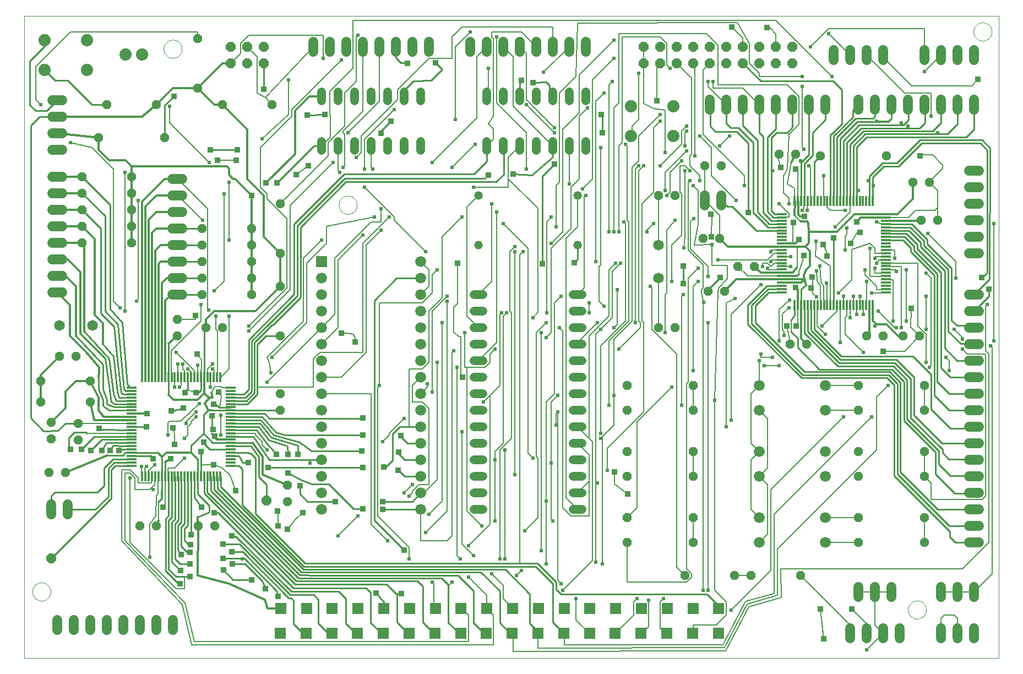
<source format=gtl>
G75*
%MOIN*%
%OFA0B0*%
%FSLAX24Y24*%
%IPPOS*%
%LPD*%
%AMOC8*
5,1,8,0,0,1.08239X$1,22.5*
%
%ADD10C,0.0000*%
%ADD11OC8,0.0600*%
%ADD12C,0.0520*%
%ADD13C,0.0520*%
%ADD14C,0.0740*%
%ADD15OC8,0.0520*%
%ADD16C,0.0650*%
%ADD17R,0.0118X0.0630*%
%ADD18R,0.0630X0.0118*%
%ADD19C,0.0600*%
%ADD20R,0.0660X0.0660*%
%ADD21C,0.0660*%
%ADD22R,0.0650X0.0650*%
%ADD23R,0.0591X0.0118*%
%ADD24R,0.0118X0.0591*%
%ADD25R,0.0591X0.0138*%
%ADD26C,0.0120*%
%ADD27C,0.0100*%
%ADD28R,0.0356X0.0356*%
%ADD29C,0.0080*%
%ADD30C,0.0060*%
%ADD31C,0.0240*%
%ADD32C,0.0070*%
D10*
X000180Y000180D02*
X000180Y039050D01*
X059172Y039050D01*
X059172Y000180D01*
X000180Y000180D01*
X000667Y004193D02*
X000669Y004240D01*
X000675Y004286D01*
X000685Y004332D01*
X000698Y004377D01*
X000716Y004420D01*
X000737Y004462D01*
X000761Y004502D01*
X000789Y004539D01*
X000820Y004574D01*
X000854Y004607D01*
X000890Y004636D01*
X000929Y004662D01*
X000970Y004685D01*
X001013Y004704D01*
X001057Y004720D01*
X001102Y004732D01*
X001148Y004740D01*
X001195Y004744D01*
X001241Y004744D01*
X001288Y004740D01*
X001334Y004732D01*
X001379Y004720D01*
X001423Y004704D01*
X001466Y004685D01*
X001507Y004662D01*
X001546Y004636D01*
X001582Y004607D01*
X001616Y004574D01*
X001647Y004539D01*
X001675Y004502D01*
X001699Y004462D01*
X001720Y004420D01*
X001738Y004377D01*
X001751Y004332D01*
X001761Y004286D01*
X001767Y004240D01*
X001769Y004193D01*
X001767Y004146D01*
X001761Y004100D01*
X001751Y004054D01*
X001738Y004009D01*
X001720Y003966D01*
X001699Y003924D01*
X001675Y003884D01*
X001647Y003847D01*
X001616Y003812D01*
X001582Y003779D01*
X001546Y003750D01*
X001507Y003724D01*
X001466Y003701D01*
X001423Y003682D01*
X001379Y003666D01*
X001334Y003654D01*
X001288Y003646D01*
X001241Y003642D01*
X001195Y003642D01*
X001148Y003646D01*
X001102Y003654D01*
X001057Y003666D01*
X001013Y003682D01*
X000970Y003701D01*
X000929Y003724D01*
X000890Y003750D01*
X000854Y003779D01*
X000820Y003812D01*
X000789Y003847D01*
X000761Y003884D01*
X000737Y003924D01*
X000716Y003966D01*
X000698Y004009D01*
X000685Y004054D01*
X000675Y004100D01*
X000669Y004146D01*
X000667Y004193D01*
X019217Y027605D02*
X019219Y027652D01*
X019225Y027698D01*
X019235Y027744D01*
X019248Y027789D01*
X019266Y027832D01*
X019287Y027874D01*
X019311Y027914D01*
X019339Y027951D01*
X019370Y027986D01*
X019404Y028019D01*
X019440Y028048D01*
X019479Y028074D01*
X019520Y028097D01*
X019563Y028116D01*
X019607Y028132D01*
X019652Y028144D01*
X019698Y028152D01*
X019745Y028156D01*
X019791Y028156D01*
X019838Y028152D01*
X019884Y028144D01*
X019929Y028132D01*
X019973Y028116D01*
X020016Y028097D01*
X020057Y028074D01*
X020096Y028048D01*
X020132Y028019D01*
X020166Y027986D01*
X020197Y027951D01*
X020225Y027914D01*
X020249Y027874D01*
X020270Y027832D01*
X020288Y027789D01*
X020301Y027744D01*
X020311Y027698D01*
X020317Y027652D01*
X020319Y027605D01*
X020317Y027558D01*
X020311Y027512D01*
X020301Y027466D01*
X020288Y027421D01*
X020270Y027378D01*
X020249Y027336D01*
X020225Y027296D01*
X020197Y027259D01*
X020166Y027224D01*
X020132Y027191D01*
X020096Y027162D01*
X020057Y027136D01*
X020016Y027113D01*
X019973Y027094D01*
X019929Y027078D01*
X019884Y027066D01*
X019838Y027058D01*
X019791Y027054D01*
X019745Y027054D01*
X019698Y027058D01*
X019652Y027066D01*
X019607Y027078D01*
X019563Y027094D01*
X019520Y027113D01*
X019479Y027136D01*
X019440Y027162D01*
X019404Y027191D01*
X019370Y027224D01*
X019339Y027259D01*
X019311Y027296D01*
X019287Y027336D01*
X019266Y027378D01*
X019248Y027421D01*
X019235Y027466D01*
X019225Y027512D01*
X019219Y027558D01*
X019217Y027605D01*
X008617Y037043D02*
X008619Y037090D01*
X008625Y037136D01*
X008635Y037182D01*
X008648Y037227D01*
X008666Y037270D01*
X008687Y037312D01*
X008711Y037352D01*
X008739Y037389D01*
X008770Y037424D01*
X008804Y037457D01*
X008840Y037486D01*
X008879Y037512D01*
X008920Y037535D01*
X008963Y037554D01*
X009007Y037570D01*
X009052Y037582D01*
X009098Y037590D01*
X009145Y037594D01*
X009191Y037594D01*
X009238Y037590D01*
X009284Y037582D01*
X009329Y037570D01*
X009373Y037554D01*
X009416Y037535D01*
X009457Y037512D01*
X009496Y037486D01*
X009532Y037457D01*
X009566Y037424D01*
X009597Y037389D01*
X009625Y037352D01*
X009649Y037312D01*
X009670Y037270D01*
X009688Y037227D01*
X009701Y037182D01*
X009711Y037136D01*
X009717Y037090D01*
X009719Y037043D01*
X009717Y036996D01*
X009711Y036950D01*
X009701Y036904D01*
X009688Y036859D01*
X009670Y036816D01*
X009649Y036774D01*
X009625Y036734D01*
X009597Y036697D01*
X009566Y036662D01*
X009532Y036629D01*
X009496Y036600D01*
X009457Y036574D01*
X009416Y036551D01*
X009373Y036532D01*
X009329Y036516D01*
X009284Y036504D01*
X009238Y036496D01*
X009191Y036492D01*
X009145Y036492D01*
X009098Y036496D01*
X009052Y036504D01*
X009007Y036516D01*
X008963Y036532D01*
X008920Y036551D01*
X008879Y036574D01*
X008840Y036600D01*
X008804Y036629D01*
X008770Y036662D01*
X008739Y036697D01*
X008711Y036734D01*
X008687Y036774D01*
X008666Y036816D01*
X008648Y036859D01*
X008635Y036904D01*
X008625Y036950D01*
X008619Y036996D01*
X008617Y037043D01*
X057642Y038093D02*
X057644Y038140D01*
X057650Y038186D01*
X057660Y038232D01*
X057673Y038277D01*
X057691Y038320D01*
X057712Y038362D01*
X057736Y038402D01*
X057764Y038439D01*
X057795Y038474D01*
X057829Y038507D01*
X057865Y038536D01*
X057904Y038562D01*
X057945Y038585D01*
X057988Y038604D01*
X058032Y038620D01*
X058077Y038632D01*
X058123Y038640D01*
X058170Y038644D01*
X058216Y038644D01*
X058263Y038640D01*
X058309Y038632D01*
X058354Y038620D01*
X058398Y038604D01*
X058441Y038585D01*
X058482Y038562D01*
X058521Y038536D01*
X058557Y038507D01*
X058591Y038474D01*
X058622Y038439D01*
X058650Y038402D01*
X058674Y038362D01*
X058695Y038320D01*
X058713Y038277D01*
X058726Y038232D01*
X058736Y038186D01*
X058742Y038140D01*
X058744Y038093D01*
X058742Y038046D01*
X058736Y038000D01*
X058726Y037954D01*
X058713Y037909D01*
X058695Y037866D01*
X058674Y037824D01*
X058650Y037784D01*
X058622Y037747D01*
X058591Y037712D01*
X058557Y037679D01*
X058521Y037650D01*
X058482Y037624D01*
X058441Y037601D01*
X058398Y037582D01*
X058354Y037566D01*
X058309Y037554D01*
X058263Y037546D01*
X058216Y037542D01*
X058170Y037542D01*
X058123Y037546D01*
X058077Y037554D01*
X058032Y037566D01*
X057988Y037582D01*
X057945Y037601D01*
X057904Y037624D01*
X057865Y037650D01*
X057829Y037679D01*
X057795Y037712D01*
X057764Y037747D01*
X057736Y037784D01*
X057712Y037824D01*
X057691Y037866D01*
X057673Y037909D01*
X057660Y037954D01*
X057650Y038000D01*
X057644Y038046D01*
X057642Y038093D01*
X053679Y003105D02*
X053681Y003152D01*
X053687Y003198D01*
X053697Y003244D01*
X053710Y003289D01*
X053728Y003332D01*
X053749Y003374D01*
X053773Y003414D01*
X053801Y003451D01*
X053832Y003486D01*
X053866Y003519D01*
X053902Y003548D01*
X053941Y003574D01*
X053982Y003597D01*
X054025Y003616D01*
X054069Y003632D01*
X054114Y003644D01*
X054160Y003652D01*
X054207Y003656D01*
X054253Y003656D01*
X054300Y003652D01*
X054346Y003644D01*
X054391Y003632D01*
X054435Y003616D01*
X054478Y003597D01*
X054519Y003574D01*
X054558Y003548D01*
X054594Y003519D01*
X054628Y003486D01*
X054659Y003451D01*
X054687Y003414D01*
X054711Y003374D01*
X054732Y003332D01*
X054750Y003289D01*
X054763Y003244D01*
X054773Y003198D01*
X054779Y003152D01*
X054781Y003105D01*
X054779Y003058D01*
X054773Y003012D01*
X054763Y002966D01*
X054750Y002921D01*
X054732Y002878D01*
X054711Y002836D01*
X054687Y002796D01*
X054659Y002759D01*
X054628Y002724D01*
X054594Y002691D01*
X054558Y002662D01*
X054519Y002636D01*
X054478Y002613D01*
X054435Y002594D01*
X054391Y002578D01*
X054346Y002566D01*
X054300Y002558D01*
X054253Y002554D01*
X054207Y002554D01*
X054160Y002558D01*
X054114Y002566D01*
X054069Y002578D01*
X054025Y002594D01*
X053982Y002613D01*
X053941Y002636D01*
X053902Y002662D01*
X053866Y002691D01*
X053832Y002724D01*
X053801Y002759D01*
X053773Y002796D01*
X053749Y002836D01*
X053728Y002878D01*
X053710Y002921D01*
X053697Y002966D01*
X053687Y003012D01*
X053681Y003058D01*
X053679Y003105D01*
D11*
X014843Y009705D03*
X001818Y006205D03*
X012680Y036180D03*
X013680Y036180D03*
X014680Y036180D03*
X014680Y037180D03*
X013680Y037180D03*
X012680Y037180D03*
X037680Y037180D03*
X038680Y037180D03*
X039680Y037180D03*
X040680Y037180D03*
X041680Y037180D03*
X042680Y037180D03*
X043680Y037180D03*
X044680Y037180D03*
X045680Y037180D03*
X046680Y037180D03*
X046680Y036180D03*
X045680Y036180D03*
X044680Y036180D03*
X043680Y036180D03*
X042680Y036180D03*
X041680Y036180D03*
X040680Y036180D03*
X039680Y036180D03*
X038680Y036180D03*
X037680Y036180D03*
D12*
X033680Y028180D03*
X033680Y025180D03*
X027680Y025180D03*
X027680Y028180D03*
D13*
X028180Y030920D02*
X028180Y031440D01*
X029180Y031440D02*
X029180Y030920D01*
X030180Y030920D02*
X030180Y031440D01*
X031180Y031440D02*
X031180Y030920D01*
X032180Y030920D02*
X032180Y031440D01*
X033180Y031440D02*
X033180Y030920D01*
X034180Y030920D02*
X034180Y031440D01*
X034180Y033920D02*
X034180Y034440D01*
X033180Y034440D02*
X033180Y033920D01*
X032180Y033920D02*
X032180Y034440D01*
X031180Y034440D02*
X031180Y033920D01*
X030180Y033920D02*
X030180Y034440D01*
X029180Y034440D02*
X029180Y033920D01*
X028180Y033920D02*
X028180Y034440D01*
X024180Y034440D02*
X024180Y033920D01*
X023180Y033920D02*
X023180Y034440D01*
X022180Y034440D02*
X022180Y033920D01*
X021180Y033920D02*
X021180Y034440D01*
X020180Y034440D02*
X020180Y033920D01*
X019180Y033920D02*
X019180Y034440D01*
X018180Y034440D02*
X018180Y033920D01*
X018180Y031440D02*
X018180Y030920D01*
X019180Y030920D02*
X019180Y031440D01*
X020180Y031440D02*
X020180Y030920D01*
X021180Y030920D02*
X021180Y031440D01*
X022180Y031440D02*
X022180Y030920D01*
X023180Y030920D02*
X023180Y031440D01*
X024180Y031440D02*
X024180Y030920D01*
X027420Y022180D02*
X027940Y022180D01*
X027940Y021180D02*
X027420Y021180D01*
X027420Y020180D02*
X027940Y020180D01*
X027940Y019180D02*
X027420Y019180D01*
X027420Y018180D02*
X027940Y018180D01*
X027940Y017180D02*
X027420Y017180D01*
X027420Y016180D02*
X027940Y016180D01*
X027940Y015180D02*
X027420Y015180D01*
X027420Y014180D02*
X027940Y014180D01*
X027940Y013180D02*
X027420Y013180D01*
X027420Y012180D02*
X027940Y012180D01*
X027940Y011180D02*
X027420Y011180D01*
X027420Y010180D02*
X027940Y010180D01*
X027940Y009180D02*
X027420Y009180D01*
X033420Y009180D02*
X033940Y009180D01*
X033940Y010180D02*
X033420Y010180D01*
X033420Y011180D02*
X033940Y011180D01*
X033940Y012180D02*
X033420Y012180D01*
X033420Y013180D02*
X033940Y013180D01*
X033940Y014180D02*
X033420Y014180D01*
X033420Y015180D02*
X033940Y015180D01*
X033940Y016180D02*
X033420Y016180D01*
X033420Y017180D02*
X033940Y017180D01*
X033940Y018180D02*
X033420Y018180D01*
X033420Y019180D02*
X033940Y019180D01*
X033940Y020180D02*
X033420Y020180D01*
X033420Y021180D02*
X033940Y021180D01*
X033940Y022180D02*
X033420Y022180D01*
D14*
X036900Y031790D03*
X039460Y031790D03*
X039460Y033570D03*
X036900Y033570D03*
X007318Y036693D03*
X006318Y036693D03*
X003960Y037570D03*
X001400Y037570D03*
X001400Y035790D03*
X003960Y035790D03*
D15*
X005180Y033680D03*
X004680Y031680D03*
X003680Y029305D03*
X003680Y028305D03*
X003680Y027305D03*
X003680Y026305D03*
X003680Y025305D03*
X006680Y025305D03*
X006680Y026305D03*
X006680Y027305D03*
X006680Y028305D03*
X006680Y029305D03*
X008680Y031680D03*
X008180Y033680D03*
X010680Y034680D03*
X012180Y033680D03*
X015180Y033680D03*
X010680Y037680D03*
X015680Y027680D03*
X013930Y026180D03*
X013930Y025180D03*
X013930Y024180D03*
X013930Y023180D03*
X013930Y022180D03*
X015680Y022680D03*
X015680Y024680D03*
X010930Y024180D03*
X010930Y025180D03*
X010930Y026180D03*
X010930Y023180D03*
X010930Y022180D03*
X009430Y020680D03*
X009430Y019680D03*
X011180Y020180D03*
X012180Y020180D03*
X015680Y019680D03*
X015680Y016180D03*
X015680Y015180D03*
X016118Y010655D03*
X016118Y009655D03*
X011718Y008180D03*
X010718Y008180D03*
X008180Y008180D03*
X007180Y008180D03*
X002680Y011418D03*
X001680Y011418D03*
X003443Y013380D03*
X001805Y013430D03*
X001805Y014430D03*
X003443Y014380D03*
X004180Y015680D03*
X004180Y016930D03*
X003305Y018430D03*
X002305Y018430D03*
X001180Y016930D03*
X001180Y015680D03*
X036680Y015180D03*
X036680Y016680D03*
X040680Y016680D03*
X040680Y015180D03*
X040680Y012680D03*
X040680Y011180D03*
X040680Y008680D03*
X040680Y007180D03*
X040180Y005180D03*
X043180Y005180D03*
X044180Y005180D03*
X047180Y005180D03*
X050680Y007180D03*
X050680Y008680D03*
X050680Y011180D03*
X050680Y012680D03*
X050680Y015180D03*
X050680Y016680D03*
X047530Y019168D03*
X046530Y019168D03*
X051180Y019680D03*
X052180Y019680D03*
X053380Y019680D03*
X054380Y019680D03*
X054680Y016680D03*
X054680Y015180D03*
X054680Y012680D03*
X054680Y011180D03*
X054680Y008680D03*
X054680Y007180D03*
X036680Y007180D03*
X036680Y008680D03*
X036680Y011180D03*
X036680Y012680D03*
X038580Y020180D03*
X039580Y020180D03*
X041580Y022380D03*
X042580Y022380D03*
X043380Y023880D03*
X044380Y023880D03*
X042280Y025580D03*
X041280Y025580D03*
X039580Y028180D03*
X038580Y028180D03*
X041380Y029980D03*
X042380Y029980D03*
X045880Y030680D03*
X046880Y030680D03*
X048380Y030580D03*
X052380Y030580D03*
X053980Y028980D03*
X054980Y028980D03*
X054480Y026680D03*
X055480Y026680D03*
D16*
X038580Y025180D03*
X038580Y023180D03*
X004305Y020305D03*
X002305Y020305D03*
D17*
X007318Y017172D03*
X007515Y017172D03*
X007711Y017172D03*
X007908Y017172D03*
X008105Y017172D03*
X008302Y017172D03*
X008499Y017172D03*
X008696Y017172D03*
X008893Y017172D03*
X009089Y017172D03*
X009286Y017172D03*
X009483Y017172D03*
X009680Y017172D03*
X009877Y017172D03*
X010074Y017172D03*
X010271Y017172D03*
X010467Y017172D03*
X010664Y017172D03*
X010861Y017172D03*
X011058Y017172D03*
X011255Y017172D03*
X011452Y017172D03*
X011649Y017172D03*
X011845Y017172D03*
X012042Y017172D03*
X012042Y011188D03*
X011845Y011188D03*
X011649Y011188D03*
X011452Y011188D03*
X011255Y011188D03*
X011058Y011188D03*
X010861Y011188D03*
X010664Y011188D03*
X010467Y011188D03*
X010271Y011188D03*
X010074Y011188D03*
X009877Y011188D03*
X009680Y011188D03*
X009483Y011188D03*
X009286Y011188D03*
X009089Y011188D03*
X008893Y011188D03*
X008696Y011188D03*
X008499Y011188D03*
X008302Y011188D03*
X008105Y011188D03*
X007908Y011188D03*
X007711Y011188D03*
X007515Y011188D03*
X007318Y011188D03*
D18*
X006688Y011818D03*
X006688Y012015D03*
X006688Y012211D03*
X006688Y012408D03*
X006688Y012605D03*
X006688Y012802D03*
X006688Y012999D03*
X006688Y013196D03*
X006688Y013393D03*
X006688Y013589D03*
X006688Y013786D03*
X006688Y013983D03*
X006688Y014180D03*
X006688Y014377D03*
X006688Y014574D03*
X006688Y014771D03*
X006688Y014967D03*
X006688Y015164D03*
X006688Y015361D03*
X006688Y015558D03*
X006688Y015755D03*
X006688Y015952D03*
X006688Y016149D03*
X006688Y016345D03*
X006688Y016542D03*
X012672Y016542D03*
X012672Y016345D03*
X012672Y016149D03*
X012672Y015952D03*
X012672Y015755D03*
X012672Y015558D03*
X012672Y015361D03*
X012672Y015164D03*
X012672Y014967D03*
X012672Y014771D03*
X012672Y014574D03*
X012672Y014377D03*
X012672Y014180D03*
X012672Y013983D03*
X012672Y013786D03*
X012672Y013589D03*
X012672Y013393D03*
X012672Y013196D03*
X012672Y012999D03*
X012672Y012802D03*
X012672Y012605D03*
X012672Y012408D03*
X012672Y012211D03*
X012672Y012015D03*
X012672Y011818D03*
D19*
X002805Y009480D02*
X002805Y008880D01*
X001805Y008880D02*
X001805Y009480D01*
X002180Y002480D02*
X002180Y001880D01*
X003180Y001880D02*
X003180Y002480D01*
X004180Y002480D02*
X004180Y001880D01*
X005180Y001880D02*
X005180Y002480D01*
X006180Y002480D02*
X006180Y001880D01*
X007180Y001880D02*
X007180Y002480D01*
X008180Y002480D02*
X008180Y001880D01*
X009180Y001880D02*
X009180Y002480D01*
X009130Y022180D02*
X009730Y022180D01*
X009730Y023180D02*
X009130Y023180D01*
X009130Y024180D02*
X009730Y024180D01*
X009730Y025180D02*
X009130Y025180D01*
X009130Y026180D02*
X009730Y026180D01*
X009730Y027180D02*
X009130Y027180D01*
X009130Y028180D02*
X009730Y028180D01*
X009730Y029180D02*
X009130Y029180D01*
X002480Y029305D02*
X001880Y029305D01*
X001880Y028305D02*
X002480Y028305D01*
X002480Y027305D02*
X001880Y027305D01*
X001880Y026305D02*
X002480Y026305D01*
X002480Y025305D02*
X001880Y025305D01*
X001880Y024305D02*
X002480Y024305D01*
X002480Y023305D02*
X001880Y023305D01*
X001880Y022305D02*
X002480Y022305D01*
X002480Y030930D02*
X001880Y030930D01*
X001880Y031930D02*
X002480Y031930D01*
X002480Y032930D02*
X001880Y032930D01*
X001880Y033930D02*
X002480Y033930D01*
X017680Y036880D02*
X017680Y037480D01*
X018680Y037480D02*
X018680Y036880D01*
X019680Y036880D02*
X019680Y037480D01*
X020680Y037480D02*
X020680Y036880D01*
X021680Y036880D02*
X021680Y037480D01*
X022680Y037480D02*
X022680Y036880D01*
X023680Y036880D02*
X023680Y037480D01*
X024680Y037480D02*
X024680Y036880D01*
X027180Y036880D02*
X027180Y037480D01*
X028180Y037480D02*
X028180Y036880D01*
X029180Y036880D02*
X029180Y037480D01*
X030180Y037480D02*
X030180Y036880D01*
X031180Y036880D02*
X031180Y037480D01*
X032180Y037480D02*
X032180Y036880D01*
X033180Y036880D02*
X033180Y037480D01*
X034180Y037480D02*
X034180Y036880D01*
X041680Y033980D02*
X041680Y033380D01*
X042680Y033380D02*
X042680Y033980D01*
X043680Y033980D02*
X043680Y033380D01*
X044680Y033380D02*
X044680Y033980D01*
X045680Y033980D02*
X045680Y033380D01*
X046680Y033380D02*
X046680Y033980D01*
X047680Y033980D02*
X047680Y033380D01*
X048680Y033380D02*
X048680Y033980D01*
X050680Y033980D02*
X050680Y033380D01*
X051680Y033380D02*
X051680Y033980D01*
X052680Y033980D02*
X052680Y033380D01*
X053680Y033380D02*
X053680Y033980D01*
X054680Y033980D02*
X054680Y033380D01*
X055680Y033380D02*
X055680Y033980D01*
X056680Y033980D02*
X056680Y033380D01*
X057680Y033380D02*
X057680Y033980D01*
X057680Y036380D02*
X057680Y036980D01*
X056680Y036980D02*
X056680Y036380D01*
X055680Y036380D02*
X055680Y036980D01*
X054680Y036980D02*
X054680Y036380D01*
X052180Y036380D02*
X052180Y036980D01*
X051180Y036980D02*
X051180Y036380D01*
X050180Y036380D02*
X050180Y036980D01*
X049180Y036980D02*
X049180Y036380D01*
X057380Y029680D02*
X057980Y029680D01*
X057980Y028680D02*
X057380Y028680D01*
X057380Y027680D02*
X057980Y027680D01*
X057980Y026680D02*
X057380Y026680D01*
X057380Y025680D02*
X057980Y025680D01*
X057980Y024680D02*
X057380Y024680D01*
X057380Y022180D02*
X057980Y022180D01*
X057980Y021180D02*
X057380Y021180D01*
X057380Y020180D02*
X057980Y020180D01*
X057980Y019180D02*
X057380Y019180D01*
X057380Y018180D02*
X057980Y018180D01*
X057980Y017180D02*
X057380Y017180D01*
X057380Y016180D02*
X057980Y016180D01*
X057980Y015180D02*
X057380Y015180D01*
X057380Y014180D02*
X057980Y014180D01*
X057980Y013180D02*
X057380Y013180D01*
X057380Y012180D02*
X057980Y012180D01*
X057980Y011180D02*
X057380Y011180D01*
X057380Y010180D02*
X057980Y010180D01*
X057980Y009180D02*
X057380Y009180D01*
X057380Y008180D02*
X057980Y008180D01*
X057980Y007180D02*
X057380Y007180D01*
X057680Y004480D02*
X057680Y003880D01*
X056680Y003880D02*
X056680Y004480D01*
X055680Y004480D02*
X055680Y003880D01*
X055680Y001980D02*
X055680Y001380D01*
X056680Y001380D02*
X056680Y001980D01*
X057680Y001980D02*
X057680Y001380D01*
X053180Y001380D02*
X053180Y001980D01*
X052180Y001980D02*
X052180Y001380D01*
X051180Y001380D02*
X051180Y001980D01*
X050180Y001980D02*
X050180Y001380D01*
X050680Y003880D02*
X050680Y004480D01*
X051680Y004480D02*
X051680Y003880D01*
X052680Y003880D02*
X052680Y004480D01*
X042380Y027580D02*
X042380Y028180D01*
X041380Y028180D02*
X041380Y027580D01*
D20*
X018180Y024180D03*
D21*
X018180Y023180D03*
X018180Y022180D03*
X018180Y021180D03*
X018180Y020180D03*
X018180Y019180D03*
X018180Y018180D03*
X018180Y017180D03*
X018180Y016180D03*
X018180Y015180D03*
X018180Y014180D03*
X018180Y013180D03*
X018180Y012180D03*
X018180Y011180D03*
X018180Y010180D03*
X018180Y009180D03*
X024180Y009180D03*
X024180Y010180D03*
X024180Y011180D03*
X024180Y012180D03*
X024180Y013180D03*
X024180Y014180D03*
X024180Y015180D03*
X024180Y016180D03*
X024180Y017180D03*
X024180Y018180D03*
X024180Y019180D03*
X024180Y020180D03*
X024180Y021180D03*
X024180Y022180D03*
X024180Y023180D03*
X024180Y024180D03*
X044680Y016680D03*
X044680Y015180D03*
X044680Y012680D03*
X044680Y011180D03*
X044680Y008680D03*
X044680Y007180D03*
X048680Y007180D03*
X048680Y008680D03*
X048680Y011180D03*
X048680Y012680D03*
X048680Y015180D03*
X048680Y016680D03*
D22*
X042220Y003190D03*
X040660Y003190D03*
X039100Y003190D03*
X037540Y003190D03*
X035980Y003190D03*
X034420Y003190D03*
X032860Y003190D03*
X031300Y003190D03*
X029740Y003190D03*
X028180Y003190D03*
X026620Y003190D03*
X025060Y003190D03*
X023500Y003190D03*
X021940Y003190D03*
X020380Y003190D03*
X018820Y003190D03*
X017260Y003190D03*
X015700Y003190D03*
X015670Y001670D03*
X017230Y001670D03*
X018790Y001670D03*
X020350Y001670D03*
X021910Y001670D03*
X023470Y001670D03*
X025030Y001670D03*
X026590Y001670D03*
X028150Y001670D03*
X029710Y001670D03*
X031270Y001670D03*
X032830Y001670D03*
X034390Y001670D03*
X035950Y001670D03*
X037510Y001670D03*
X039070Y001670D03*
X040630Y001670D03*
X042190Y001670D03*
D23*
X046030Y022318D03*
X046030Y022515D03*
X046030Y022711D03*
X046030Y022908D03*
X046030Y023105D03*
X046030Y023302D03*
X046030Y023499D03*
X046030Y023696D03*
X046030Y023893D03*
X046030Y024089D03*
X046030Y024286D03*
X046030Y024483D03*
X046030Y024680D03*
X046030Y024877D03*
X046030Y025074D03*
X046030Y025271D03*
X046030Y025467D03*
X046030Y025664D03*
X046030Y025861D03*
X046030Y026058D03*
X046030Y026255D03*
X046030Y026452D03*
X046030Y026649D03*
X046030Y026845D03*
X046030Y027042D03*
X052330Y027042D03*
X052330Y026845D03*
X052330Y026649D03*
X052330Y026452D03*
X052330Y026058D03*
X052330Y025861D03*
X052330Y025664D03*
X052330Y025467D03*
X052330Y025271D03*
X052330Y025074D03*
X052330Y024877D03*
X052330Y024680D03*
X052330Y024483D03*
X052330Y024089D03*
X052330Y023893D03*
X052330Y023696D03*
X052330Y023499D03*
X052330Y023302D03*
X052330Y023105D03*
X052330Y022908D03*
X052330Y022711D03*
X052330Y022515D03*
X052330Y022318D03*
D24*
X051542Y021530D03*
X051345Y021530D03*
X051149Y021530D03*
X050952Y021530D03*
X050755Y021530D03*
X050558Y021530D03*
X050361Y021530D03*
X050164Y021530D03*
X049967Y021530D03*
X049771Y021530D03*
X049574Y021530D03*
X049377Y021530D03*
X049180Y021530D03*
X048983Y021530D03*
X048786Y021530D03*
X048589Y021530D03*
X048393Y021530D03*
X048196Y021530D03*
X047999Y021530D03*
X047802Y021530D03*
X047605Y021530D03*
X047408Y021530D03*
X047211Y021530D03*
X047015Y021530D03*
X046818Y021530D03*
X046818Y027830D03*
X047015Y027830D03*
X047211Y027830D03*
X047408Y027830D03*
X047605Y027830D03*
X047802Y027830D03*
X047999Y027830D03*
X048196Y027830D03*
X048393Y027830D03*
X048589Y027830D03*
X048786Y027830D03*
X048983Y027830D03*
X049180Y027830D03*
X049377Y027830D03*
X049574Y027830D03*
X049771Y027830D03*
X049967Y027830D03*
X050164Y027830D03*
X050361Y027830D03*
X050558Y027830D03*
X050755Y027830D03*
X050952Y027830D03*
X051149Y027830D03*
X051345Y027830D03*
X051542Y027830D03*
D25*
X052330Y026255D03*
X052330Y024286D03*
D26*
X050430Y027055D02*
X049355Y025980D01*
X047680Y025980D01*
X047680Y025305D01*
X047455Y025080D01*
X047730Y024805D01*
X047730Y023905D01*
X047505Y023680D01*
X047368Y023343D01*
X047405Y023105D01*
X047233Y022908D01*
X046030Y022908D01*
X046030Y023105D02*
X046455Y023105D01*
X047405Y023105D01*
X047505Y022755D01*
X047005Y022480D02*
X046880Y022605D01*
X047005Y022480D02*
X047005Y021540D01*
X047015Y021530D01*
X047211Y021530D02*
X047211Y019511D01*
X047530Y019168D01*
X051180Y019680D02*
X051345Y019845D01*
X051345Y021530D01*
X051542Y021530D02*
X051542Y020618D01*
X051780Y020380D01*
X052380Y020380D01*
X053080Y019680D01*
X053380Y019680D01*
X047080Y023405D02*
X046980Y023305D01*
X046033Y023305D01*
X046030Y023302D01*
X046030Y023105D02*
X043255Y023105D01*
X042580Y022380D01*
X044380Y023880D02*
X044761Y023499D01*
X046030Y023499D01*
X046036Y023505D01*
X046705Y023505D01*
X046930Y023805D01*
X046980Y025080D02*
X046037Y025080D01*
X046030Y025074D01*
X042786Y025074D01*
X042280Y025580D01*
X046030Y025271D02*
X046040Y025280D01*
X046855Y025280D01*
X047080Y025505D01*
X046980Y025080D02*
X047455Y025080D01*
X047680Y025980D02*
X047643Y026505D01*
X047555Y026593D01*
X047180Y026593D01*
X047130Y026905D02*
X047405Y026905D01*
X047130Y026905D02*
X047030Y027005D01*
X047030Y027814D01*
X047015Y027830D01*
X046830Y027817D02*
X046818Y026968D01*
X046830Y027817D02*
X046818Y027830D01*
X046605Y030180D02*
X046880Y030680D01*
X050430Y027055D02*
X052317Y027055D01*
X052330Y027042D01*
X053042Y027042D01*
X053980Y027980D01*
X053980Y028980D01*
X052330Y026845D02*
X052314Y026830D01*
X050805Y026830D01*
X050555Y026580D01*
X052330Y026649D02*
X054211Y026649D01*
X054480Y026680D01*
X018180Y034180D02*
X017430Y034180D01*
X016555Y033305D01*
X016555Y030680D01*
X014805Y028930D01*
X014680Y028180D02*
X013680Y029180D01*
X013680Y032180D01*
X012180Y033680D01*
X011680Y033680D01*
X010680Y034680D01*
X012180Y036180D01*
X012680Y036180D01*
X010680Y034680D02*
X009180Y034680D01*
X008180Y033680D01*
X007305Y032930D01*
X002205Y032930D01*
X002180Y032930D01*
X002180Y031930D02*
X004680Y031680D01*
X004680Y030930D01*
X005305Y030305D01*
X006305Y030305D01*
X006680Y029930D01*
X012430Y029930D01*
X012555Y029805D01*
X012555Y029430D01*
X012805Y029180D01*
X012930Y029180D01*
X013930Y028180D01*
X013930Y026180D01*
X013930Y025180D01*
X013930Y024180D01*
X013930Y023180D01*
X013930Y022180D01*
X014180Y021180D02*
X011680Y021180D01*
X011180Y020680D01*
X011180Y020180D01*
X011058Y020058D01*
X009430Y019680D02*
X008893Y019217D01*
X008893Y017172D02*
X008905Y017160D01*
X008696Y017172D02*
X008696Y021821D01*
X009055Y022180D01*
X009430Y022180D01*
X009430Y023180D02*
X008805Y023180D01*
X008499Y022874D01*
X008499Y017172D01*
X008302Y017172D02*
X008302Y024052D01*
X008430Y024180D01*
X009430Y024180D01*
X009430Y025180D02*
X008430Y025180D01*
X008105Y024855D01*
X008105Y017172D01*
X007908Y017172D02*
X007908Y025908D01*
X008180Y026180D01*
X009430Y026180D01*
X009430Y027180D02*
X008180Y027180D01*
X007711Y026711D01*
X007711Y017172D01*
X007515Y017172D02*
X007515Y027515D01*
X008180Y028180D01*
X009430Y028180D01*
X009430Y029180D02*
X008680Y029180D01*
X007318Y027818D01*
X007318Y017172D01*
X008905Y016105D02*
X009205Y015805D01*
X010655Y015805D01*
X011058Y016208D01*
X011055Y016180D02*
X011380Y015955D01*
X011405Y015955D01*
X011105Y015605D01*
X011305Y015180D01*
X011496Y015164D01*
X011630Y015555D02*
X011855Y015455D01*
X011568Y015955D02*
X011405Y015955D01*
X011568Y015955D02*
X011505Y016243D01*
X011055Y016180D02*
X011055Y017169D01*
X011058Y017172D01*
X012672Y015361D02*
X012666Y015355D01*
X011543Y013755D02*
X011693Y013605D01*
X011793Y013393D01*
X012672Y013393D01*
X012672Y013393D01*
X014014Y013196D02*
X014318Y012768D01*
X014605Y012368D01*
X014593Y011268D01*
X016118Y010655D01*
X010861Y011188D02*
X010855Y011194D01*
X010664Y012221D02*
X010280Y012605D01*
X008780Y012605D01*
X008505Y012330D01*
X008505Y012355D01*
X008255Y012605D01*
X007980Y012255D02*
X007830Y012405D01*
X008705Y012055D02*
X009030Y012255D01*
X008705Y011197D02*
X008696Y011188D01*
X008505Y011194D02*
X008499Y011188D01*
X008499Y010236D02*
X008499Y009811D01*
X008305Y009618D01*
X008305Y008518D02*
X008180Y008180D01*
X010718Y008180D02*
X010668Y008693D01*
X010664Y008708D01*
X010718Y008180D02*
X010680Y005180D01*
X012555Y004680D01*
X014730Y003718D01*
X014918Y003180D01*
X015680Y003180D01*
X015690Y003190D01*
X015700Y003190D01*
X005217Y012430D02*
X002680Y011418D01*
X003443Y014380D02*
X003668Y014380D01*
X004411Y014574D02*
X006688Y014574D01*
X006688Y014771D02*
X004964Y014771D01*
X004680Y015180D01*
X004680Y015930D01*
X004180Y016930D01*
X003305Y016930D01*
X002680Y016305D01*
X002680Y015305D01*
X001805Y014430D01*
X001180Y015680D02*
X001180Y016930D01*
X001180Y017305D01*
X002305Y018430D01*
X002930Y019680D02*
X003930Y018680D01*
X004493Y018005D01*
X004693Y017780D01*
X004693Y017505D01*
X004680Y017180D01*
X004180Y015680D02*
X004411Y014574D01*
X006688Y014967D02*
X006688Y014968D01*
X007618Y014968D01*
X006980Y012605D02*
X006688Y012605D01*
X006688Y012408D02*
X006691Y012405D01*
X006980Y012605D02*
X006980Y012605D01*
X015664Y015164D02*
X015680Y015180D01*
X014180Y021180D02*
X015680Y022680D01*
X015680Y024680D01*
X014680Y025680D01*
X014680Y028180D01*
X006680Y028305D02*
X006680Y027305D01*
X006680Y026305D01*
X006680Y025305D01*
X004430Y025555D02*
X004430Y020930D01*
X004930Y020430D01*
X004930Y019180D01*
X003805Y019930D02*
X003805Y025180D01*
X003680Y025305D01*
X002180Y025305D01*
X002180Y026305D02*
X003680Y026305D01*
X004430Y025555D01*
X002805Y024305D02*
X003555Y023555D01*
X003555Y019805D01*
X003305Y019680D02*
X003305Y022680D01*
X002680Y023305D01*
X002180Y023305D01*
X002180Y024305D02*
X002805Y024305D01*
X002180Y022305D02*
X002930Y021555D01*
X002930Y019680D01*
X002180Y027305D02*
X003680Y027305D01*
X003680Y028305D02*
X002180Y028305D01*
X002180Y029305D02*
X003680Y029305D01*
X006680Y029305D02*
X006680Y028305D01*
X006680Y029305D02*
X006680Y029930D01*
D27*
X008680Y031680D02*
X008680Y033630D01*
X009230Y034180D01*
X005180Y033680D02*
X004280Y033680D01*
X002818Y035143D01*
X002048Y035143D01*
X001400Y035790D01*
X000505Y036305D02*
X000505Y033643D01*
X000855Y033293D01*
X001543Y033293D01*
X002180Y033930D01*
X002205Y032930D02*
X001805Y032943D01*
X001118Y032955D01*
X000555Y032393D01*
X000555Y014693D01*
X001330Y013918D01*
X002193Y013930D01*
X002655Y014368D01*
X003668Y014380D01*
X003918Y013855D02*
X003205Y013855D01*
X002855Y013505D01*
X002855Y012918D01*
X002955Y012818D01*
X003630Y012805D02*
X004414Y013589D01*
X006688Y013589D01*
X006688Y013393D02*
X004855Y013393D01*
X004218Y012755D01*
X004855Y012730D02*
X005146Y013196D01*
X006688Y013196D01*
X006688Y012999D02*
X006286Y012999D01*
X006180Y013018D01*
X005530Y013030D01*
X005380Y012730D01*
X005217Y012430D02*
X006168Y012430D01*
X006280Y012605D01*
X006688Y012605D01*
X006688Y012802D02*
X006177Y012802D01*
X005918Y012730D01*
X005549Y012211D02*
X005018Y011680D01*
X005018Y010618D01*
X004593Y010193D01*
X002018Y010193D01*
X001805Y009980D01*
X001805Y009180D01*
X002805Y009180D02*
X004480Y009180D01*
X005255Y009955D01*
X005255Y011655D01*
X005615Y012015D01*
X006688Y012015D01*
X006688Y012211D02*
X005549Y012211D01*
X005655Y011805D02*
X006230Y011818D01*
X006688Y011818D01*
X006691Y012405D02*
X007830Y012405D01*
X008255Y012605D02*
X006980Y012605D01*
X006688Y013983D02*
X004752Y014021D01*
X004693Y014080D01*
X003986Y013786D02*
X003918Y013855D01*
X004930Y015430D02*
X005321Y015164D01*
X006688Y015164D01*
X006688Y015361D02*
X005624Y015361D01*
X005180Y015555D01*
X005180Y015805D01*
X004930Y016430D01*
X004930Y017930D01*
X003305Y019680D01*
X003555Y019805D02*
X005055Y018305D01*
X005430Y015680D01*
X005677Y015558D01*
X006688Y015558D01*
X006688Y015755D02*
X005730Y015755D01*
X005555Y016180D01*
X005305Y018305D01*
X003805Y019930D01*
X004930Y019180D02*
X005555Y018430D01*
X005805Y016305D01*
X005908Y015952D01*
X006688Y015952D01*
X006688Y016149D02*
X006211Y016149D01*
X006030Y016218D01*
X005805Y018230D01*
X005618Y020255D01*
X004805Y021055D01*
X004805Y026180D01*
X003680Y027305D01*
X003680Y028305D02*
X005055Y026930D01*
X005055Y021180D01*
X005830Y020380D01*
X006193Y016443D01*
X006290Y016345D01*
X006688Y016345D01*
X006688Y016542D02*
X006605Y016542D01*
X006405Y016743D01*
X006093Y020480D01*
X005368Y021318D01*
X005368Y027618D01*
X003680Y029305D01*
X009430Y026180D02*
X010930Y026180D01*
X010930Y025180D02*
X009430Y025180D01*
X009430Y024180D02*
X010930Y024180D01*
X010930Y023180D02*
X009430Y023180D01*
X009430Y022180D02*
X010930Y022180D01*
X011058Y020058D02*
X011058Y017172D01*
X011058Y016208D01*
X010855Y016405D02*
X010705Y016255D01*
X010555Y016255D01*
X010855Y016405D02*
X010855Y017166D01*
X010861Y017172D01*
X010080Y017166D02*
X010080Y016468D01*
X009930Y016330D01*
X009918Y016230D01*
X010080Y017166D02*
X010074Y017172D01*
X008905Y017160D02*
X008905Y016105D01*
X009155Y015155D02*
X009818Y015318D01*
X009155Y015155D02*
X009080Y015130D01*
X007555Y014180D02*
X006688Y014180D01*
X004930Y015430D02*
X004930Y015805D01*
X004680Y016430D01*
X004680Y017180D01*
X008893Y017172D02*
X008893Y019217D01*
X012672Y016149D02*
X013474Y016149D01*
X013755Y016430D01*
X013755Y019443D01*
X016505Y022193D01*
X016505Y026455D01*
X019530Y029480D01*
X027418Y029480D01*
X028180Y030243D01*
X028180Y031180D01*
X029180Y031180D02*
X029193Y031168D01*
X029193Y029455D01*
X028730Y028993D01*
X019630Y028993D01*
X016893Y026255D01*
X016893Y021993D01*
X015230Y020330D01*
X015168Y020330D01*
X014118Y019280D01*
X014118Y016243D01*
X013630Y015755D01*
X012672Y015755D01*
X012672Y015952D02*
X013564Y015952D01*
X013930Y016318D01*
X013930Y019368D01*
X014980Y020380D01*
X016693Y022093D01*
X016693Y026343D01*
X019555Y029205D01*
X028043Y029205D01*
X028255Y029418D01*
X029755Y029480D02*
X030905Y029418D01*
X032180Y030505D01*
X032180Y031180D01*
X032268Y030080D02*
X031543Y029343D01*
X031543Y024055D01*
X033480Y024093D02*
X033680Y024293D01*
X033680Y025180D01*
X040055Y023893D02*
X040068Y022855D01*
X041580Y022480D02*
X041580Y022380D01*
X041580Y022480D02*
X042318Y023218D01*
X043955Y021543D02*
X043955Y020380D01*
X047230Y017130D01*
X052393Y017130D01*
X052830Y016693D01*
X052830Y011218D01*
X056205Y007843D01*
X056205Y007505D01*
X056543Y007168D01*
X057668Y007168D01*
X057680Y007180D01*
X057680Y008180D02*
X056155Y008180D01*
X053030Y011305D01*
X053030Y016768D01*
X052493Y017305D01*
X047318Y017305D01*
X044205Y020418D01*
X044205Y021530D01*
X045190Y022515D01*
X046030Y022515D01*
X046030Y022711D02*
X045124Y022711D01*
X043955Y021543D01*
X044430Y021493D02*
X044430Y020480D01*
X047418Y017493D01*
X052580Y017493D01*
X053218Y016855D01*
X053218Y011430D01*
X055468Y009180D01*
X057680Y009180D01*
X057655Y010155D02*
X056493Y010155D01*
X055330Y011318D01*
X055330Y012643D01*
X053430Y014543D01*
X053430Y016918D01*
X052693Y017655D01*
X048305Y017655D01*
X047018Y018968D01*
X047018Y019555D01*
X046618Y019892D01*
X047408Y019852D02*
X049430Y017830D01*
X052793Y017830D01*
X053618Y017005D01*
X053618Y014630D01*
X055543Y012705D01*
X055543Y011893D01*
X056243Y011193D01*
X057668Y011193D01*
X057680Y011180D01*
X057680Y012180D02*
X057643Y012218D01*
X056130Y012218D01*
X055755Y012593D01*
X055755Y012805D01*
X053843Y014718D01*
X053843Y017068D01*
X052868Y018043D01*
X049518Y018043D01*
X047605Y019955D01*
X047605Y021530D01*
X047408Y021530D02*
X047408Y019852D01*
X047802Y020008D02*
X049580Y018230D01*
X052968Y018230D01*
X054030Y017168D01*
X054030Y014880D01*
X055730Y013180D01*
X057680Y013180D01*
X057568Y014068D02*
X057680Y014180D01*
X057568Y014068D02*
X056230Y014068D01*
X055068Y015230D01*
X055068Y017330D01*
X053968Y018430D01*
X049643Y018430D01*
X047999Y020074D01*
X047999Y021530D01*
X047802Y021530D02*
X047802Y020008D01*
X046618Y020655D02*
X046818Y020955D01*
X046818Y021530D01*
X047211Y021530D02*
X047211Y022511D01*
X047505Y022755D01*
X046030Y022318D02*
X045580Y022318D01*
X045493Y022318D01*
X045243Y022318D01*
X044430Y021493D01*
X049180Y021530D02*
X049180Y025580D01*
X049155Y025605D01*
X049180Y027830D02*
X049180Y031768D01*
X050330Y032918D01*
X050330Y033330D01*
X050680Y033680D01*
X050505Y032843D02*
X051555Y032843D01*
X051680Y032968D01*
X051680Y033680D01*
X052680Y033680D02*
X052680Y032843D01*
X052499Y032661D01*
X052468Y032630D01*
X050605Y032630D01*
X049574Y031599D01*
X049574Y027830D01*
X049771Y027830D02*
X049771Y031483D01*
X050718Y032430D01*
X053380Y032430D01*
X053405Y032455D01*
X053705Y032755D01*
X053705Y033655D01*
X053680Y033680D01*
X054680Y033680D02*
X054693Y033668D01*
X054693Y032568D01*
X054380Y032255D01*
X053680Y032255D01*
X050843Y032255D01*
X049967Y031380D01*
X049967Y027830D01*
X050164Y027830D02*
X050164Y031277D01*
X050968Y032080D01*
X055180Y032080D01*
X055680Y032580D01*
X055680Y033680D01*
X056680Y033680D02*
X056680Y032518D01*
X056055Y031893D01*
X055480Y031893D01*
X051080Y031893D01*
X050361Y031174D01*
X050361Y027830D01*
X050558Y027830D02*
X050558Y028480D01*
X050558Y031095D01*
X051180Y031718D01*
X057218Y031718D01*
X057668Y032168D01*
X057668Y033668D01*
X057680Y033680D01*
X058155Y031555D02*
X058630Y031043D01*
X058618Y023118D01*
X057680Y022180D01*
X058568Y022068D02*
X058568Y022518D01*
X058568Y022068D02*
X057680Y021180D01*
X057568Y020293D02*
X056630Y020293D01*
X056305Y020618D01*
X056305Y023780D01*
X054843Y025243D01*
X054843Y025505D01*
X053896Y026452D01*
X052330Y026452D01*
X052330Y026255D02*
X053805Y026255D01*
X054630Y025430D01*
X054630Y025155D01*
X056093Y023693D01*
X056093Y019955D01*
X056855Y019193D01*
X057668Y019193D01*
X057680Y019180D01*
X057680Y018180D02*
X056643Y018180D01*
X055893Y018930D01*
X055893Y023605D01*
X054430Y025068D01*
X054430Y025355D01*
X053727Y026058D01*
X052330Y026058D01*
X052330Y025861D02*
X053574Y025861D01*
X054230Y025205D01*
X054230Y024943D01*
X055655Y023518D01*
X055655Y017755D01*
X056243Y017168D01*
X057668Y017168D01*
X057680Y017180D01*
X057680Y016180D02*
X056180Y016180D01*
X055443Y016918D01*
X055443Y023443D01*
X054030Y024855D01*
X054030Y025093D01*
X053458Y025664D01*
X052330Y025664D01*
X052330Y025467D02*
X053380Y025467D01*
X053843Y025005D01*
X053843Y024768D01*
X055255Y023355D01*
X055255Y016080D01*
X056168Y015168D01*
X057668Y015168D01*
X057680Y015180D01*
X057680Y020180D02*
X057568Y020293D01*
X058143Y023193D02*
X058455Y023480D01*
X058455Y030918D01*
X058080Y031343D01*
X054505Y031343D01*
X053118Y029955D01*
X052218Y029955D01*
X051542Y029280D01*
X051542Y028780D01*
X051542Y027830D01*
X051345Y027830D02*
X051345Y029080D01*
X051345Y029358D01*
X052130Y030143D01*
X053005Y030143D01*
X054418Y031543D01*
X058155Y031555D01*
X050505Y032843D02*
X049377Y031714D01*
X049377Y027830D01*
X048983Y027830D02*
X048983Y031846D01*
X049043Y031905D01*
X049068Y031905D01*
X049680Y032518D01*
X049680Y034568D01*
X049143Y035105D01*
X044755Y035105D01*
X043680Y036180D01*
X043680Y033680D02*
X043668Y033668D01*
X043668Y032393D01*
X044555Y031505D01*
X044555Y027180D01*
X045283Y026452D01*
X046030Y026452D01*
X046030Y026649D02*
X045399Y026649D01*
X044905Y027143D01*
X044905Y031743D01*
X044680Y031968D01*
X044680Y033680D01*
X045680Y033680D02*
X045680Y032218D01*
X045168Y031705D01*
X045168Y027193D01*
X045515Y026845D01*
X046030Y026845D01*
X046030Y027042D02*
X045593Y027042D01*
X045393Y027243D01*
X045393Y029680D01*
X045393Y031668D01*
X045705Y031980D01*
X046368Y031980D01*
X046680Y032293D01*
X046680Y033680D01*
X047680Y033680D02*
X047680Y030630D01*
X047211Y030161D01*
X047211Y027830D01*
X047408Y027830D02*
X047408Y030108D01*
X047893Y030593D01*
X047893Y031980D01*
X048680Y032768D01*
X048680Y033680D01*
X044318Y031380D02*
X043418Y032280D01*
X042943Y032280D01*
X042680Y032543D01*
X042680Y033680D01*
X041693Y033668D02*
X041680Y033680D01*
X041693Y033668D02*
X041693Y032380D01*
X042018Y032055D01*
X043318Y032055D01*
X044005Y031355D01*
X044018Y027143D01*
X044318Y027143D02*
X044318Y031380D01*
X047999Y030199D02*
X048380Y030580D01*
X047999Y030199D02*
X047999Y027830D01*
X046030Y026255D02*
X045205Y026255D01*
X044318Y027143D01*
X044490Y026058D02*
X043030Y027518D01*
X042743Y027518D01*
X042380Y027880D01*
X044490Y026058D02*
X046030Y026058D01*
X035155Y031968D02*
X035155Y033005D01*
X035093Y033068D01*
X032180Y034180D02*
X031980Y034380D01*
X031980Y034843D01*
X031768Y035055D01*
X030980Y035018D01*
X030255Y035130D02*
X030180Y034943D01*
X030180Y034180D01*
X025468Y035793D02*
X024805Y035130D01*
X024293Y035130D01*
X024280Y035118D01*
X023743Y035118D01*
X023180Y034555D01*
X023180Y034180D01*
X022380Y032680D02*
X021768Y032068D01*
X021768Y031930D01*
X018368Y033068D02*
X017318Y033043D01*
X017705Y031180D02*
X018180Y031180D01*
X017705Y031180D02*
X015468Y028943D01*
X013068Y030943D02*
X011780Y030955D01*
X011443Y030943D01*
X014668Y034593D02*
X014680Y034655D01*
X014680Y036180D01*
X022680Y036493D02*
X022980Y036193D01*
X023368Y036193D01*
X023380Y036180D01*
X022680Y036493D02*
X022680Y037180D01*
X025068Y036205D02*
X025068Y036193D01*
X025468Y035793D01*
X024180Y023180D02*
X022718Y023180D01*
X021355Y021818D01*
X021355Y008505D01*
X023155Y006705D01*
X023968Y004830D02*
X024305Y004493D01*
X024305Y002330D01*
X024965Y001670D01*
X025030Y001670D01*
X025843Y002318D02*
X026490Y001670D01*
X026590Y001670D01*
X025843Y002318D02*
X025843Y004605D01*
X025430Y005018D01*
X016755Y005018D01*
X011455Y010318D01*
X011455Y011185D01*
X011452Y011188D01*
X011649Y011188D02*
X011655Y011181D01*
X011655Y010380D01*
X016843Y005193D01*
X017393Y005193D01*
X017405Y005180D01*
X026443Y005180D01*
X027380Y004243D01*
X027380Y002305D01*
X028015Y001670D01*
X028150Y001670D01*
X028955Y002293D02*
X029578Y001670D01*
X029710Y001670D01*
X030780Y002268D02*
X031270Y001778D01*
X031270Y001670D01*
X030780Y002268D02*
X030780Y004043D01*
X029293Y005530D01*
X017055Y005530D01*
X012055Y010530D01*
X012055Y011175D01*
X012042Y011188D01*
X011855Y011178D02*
X011855Y010443D01*
X016930Y005368D01*
X027818Y005368D01*
X028955Y004230D01*
X028955Y002293D01*
X032168Y002330D02*
X032168Y004680D01*
X031130Y005718D01*
X017105Y005718D01*
X013368Y009455D01*
X013368Y011618D01*
X013168Y011818D01*
X012672Y011818D01*
X012672Y011818D01*
X012675Y012405D02*
X013155Y012405D01*
X013405Y011993D01*
X013730Y011993D01*
X014168Y012280D02*
X014155Y008918D01*
X017180Y005893D01*
X030180Y005893D01*
X031243Y005893D01*
X032355Y004780D01*
X032355Y004355D01*
X032668Y004043D01*
X041518Y004043D01*
X042220Y003340D01*
X042220Y003190D01*
X032830Y001670D02*
X032828Y001670D01*
X032168Y002330D01*
X023968Y004830D02*
X016630Y004830D01*
X011243Y010218D01*
X011243Y011176D01*
X011255Y011188D01*
X011058Y011188D02*
X011055Y011185D01*
X011055Y010143D01*
X016555Y004643D01*
X022118Y004643D01*
X022680Y004080D01*
X023005Y004080D01*
X022730Y004030D02*
X022730Y002330D01*
X023390Y001670D01*
X023470Y001670D01*
X021910Y001670D02*
X021790Y001670D01*
X021143Y002318D01*
X021143Y004130D01*
X020868Y004405D01*
X016480Y004405D01*
X016455Y004430D01*
X016430Y004430D01*
X011893Y008968D01*
X011680Y008968D01*
X011380Y009018D02*
X011380Y009405D01*
X010664Y010121D01*
X010664Y011188D01*
X010664Y012221D01*
X010855Y011880D02*
X010855Y012680D01*
X011043Y013180D02*
X011043Y013230D01*
X011043Y013180D02*
X011418Y012805D01*
X012669Y012805D01*
X012672Y012802D01*
X012679Y012993D02*
X013893Y012993D01*
X014368Y012355D01*
X014368Y011143D01*
X014843Y010680D01*
X014843Y009705D01*
X016855Y010118D02*
X017318Y009655D01*
X019018Y009655D01*
X018605Y010705D02*
X020118Y009193D01*
X020668Y009193D01*
X021880Y009180D02*
X024180Y009180D01*
X023655Y009655D02*
X024180Y010180D01*
X023655Y009655D02*
X021880Y009655D01*
X023193Y011180D02*
X024180Y011180D01*
X023193Y011180D02*
X022830Y011543D01*
X022793Y011543D01*
X022468Y012143D02*
X022055Y011730D01*
X021930Y011730D01*
X022468Y012143D02*
X022468Y013730D01*
X022918Y014180D01*
X023480Y014180D01*
X024180Y014180D01*
X023368Y013180D02*
X022980Y013568D01*
X022980Y013630D01*
X023368Y013180D02*
X024180Y013180D01*
X023193Y012180D02*
X022843Y012530D01*
X022843Y012655D01*
X023193Y012180D02*
X024180Y012180D01*
X020655Y011693D02*
X014930Y011693D01*
X014993Y012180D02*
X017480Y012180D01*
X018180Y012180D01*
X017568Y012693D02*
X020568Y012705D01*
X020618Y012718D01*
X020555Y013668D02*
X020680Y013680D01*
X020555Y013668D02*
X017318Y013680D01*
X015980Y013680D01*
X015405Y013843D01*
X014577Y014771D01*
X012672Y014771D01*
X012672Y014967D02*
X014730Y014967D01*
X015018Y014680D01*
X020643Y014680D01*
X020655Y014693D01*
X017568Y012693D02*
X016843Y013230D01*
X015268Y013680D01*
X014511Y014574D01*
X012672Y014574D01*
X012672Y014377D02*
X014458Y014364D01*
X015118Y013530D01*
X016730Y013043D01*
X016730Y012518D01*
X016130Y012505D02*
X016118Y013018D01*
X014968Y013368D01*
X014380Y014168D01*
X012672Y014180D01*
X012672Y013983D02*
X014227Y013983D01*
X014905Y013105D01*
X015230Y012743D01*
X015430Y012493D01*
X014993Y012180D02*
X014046Y013589D01*
X012672Y013589D01*
X012663Y013205D02*
X011555Y013205D01*
X011030Y013780D01*
X010280Y013030D01*
X010280Y012605D01*
X010855Y011880D02*
X010855Y011194D01*
X010468Y011188D02*
X010468Y009918D01*
X010880Y009355D01*
X010918Y009293D01*
X011361Y009405D02*
X011380Y009405D01*
X011380Y009018D02*
X010664Y008708D01*
X009880Y008318D02*
X009668Y008105D01*
X009668Y006955D01*
X010043Y006580D01*
X010218Y006580D01*
X010230Y007055D02*
X010093Y007055D01*
X009855Y007293D01*
X009855Y007993D01*
X010080Y008218D01*
X010080Y011182D01*
X010074Y011188D01*
X010268Y011185D02*
X010268Y007655D01*
X009880Y008318D02*
X009880Y011185D01*
X009877Y011188D01*
X009680Y011188D02*
X009680Y008393D01*
X009480Y008193D01*
X009480Y006730D01*
X009618Y006518D01*
X009655Y006443D01*
X009293Y006168D02*
X009593Y005868D01*
X010193Y005868D01*
X009643Y005480D02*
X009618Y005480D01*
X009105Y005993D01*
X009105Y008393D01*
X009293Y008580D01*
X009293Y011182D01*
X009286Y011188D01*
X009093Y011185D02*
X009093Y008693D01*
X008918Y008518D01*
X008918Y005543D01*
X009368Y005093D01*
X009880Y005093D01*
X010193Y005093D01*
X009605Y004680D02*
X009518Y004680D01*
X008743Y005455D01*
X008743Y008630D01*
X008893Y008780D01*
X008893Y011188D01*
X008893Y011188D01*
X008705Y011197D02*
X008705Y012055D01*
X008505Y012330D02*
X008505Y011194D01*
X008499Y011188D02*
X008499Y010236D01*
X009093Y011185D02*
X009089Y011188D01*
X009483Y011188D02*
X009493Y011179D01*
X009493Y008505D01*
X009293Y008305D01*
X009293Y006168D01*
X012218Y006193D02*
X013380Y006193D01*
X013493Y006193D01*
X015468Y004218D01*
X015530Y003918D01*
X016180Y003805D02*
X016318Y003805D01*
X016455Y003668D01*
X016455Y002255D01*
X017040Y001670D01*
X017230Y001670D01*
X017980Y002268D02*
X018578Y001670D01*
X018790Y001670D01*
X017980Y002268D02*
X017980Y003718D01*
X017693Y004005D01*
X016255Y004005D01*
X013193Y007068D01*
X012193Y007068D01*
X012743Y006593D02*
X013393Y006593D01*
X016180Y003805D01*
X016330Y004193D02*
X017168Y004193D01*
X017180Y004205D01*
X019205Y004205D01*
X019643Y003768D01*
X019643Y002268D01*
X020240Y001670D01*
X020350Y001670D01*
X021940Y003190D02*
X021940Y003583D01*
X021480Y004093D01*
X022680Y004080D02*
X022730Y004030D01*
X016330Y004193D02*
X012968Y007555D01*
X012755Y007555D01*
X012743Y007568D01*
X012768Y005868D02*
X013543Y005868D01*
X014618Y004805D01*
X014768Y004380D01*
X013943Y004905D02*
X012818Y004905D01*
X012230Y005493D01*
X016855Y010118D02*
X016855Y010593D01*
X016980Y010955D02*
X017568Y010705D01*
X018605Y010705D01*
X016980Y010955D02*
X016130Y011380D01*
X014168Y012280D02*
X013880Y012580D01*
X013730Y012580D01*
X013718Y012593D01*
X012685Y012593D01*
X012672Y012605D01*
X012672Y012408D02*
X012675Y012405D01*
X012679Y012993D02*
X012672Y012999D01*
X012672Y013196D02*
X012663Y013205D01*
X012672Y013196D02*
X014014Y013196D01*
X011618Y013993D02*
X011543Y014068D01*
X011543Y014855D01*
X011496Y015164D02*
X012672Y015164D01*
X015664Y015164D01*
X014280Y016155D02*
X014280Y016580D01*
X014280Y019155D01*
X014805Y019680D01*
X015680Y019680D01*
X014280Y016155D02*
X013683Y015558D01*
X012672Y015558D01*
X012666Y015355D02*
X012018Y015355D01*
X011968Y015355D01*
X011955Y015355D01*
X011868Y015443D01*
X011855Y015455D01*
X011305Y015180D02*
X011030Y014905D01*
X011030Y013780D01*
X010467Y011188D02*
X010468Y011188D01*
X010271Y011188D02*
X010268Y011185D01*
X011845Y011188D02*
X011855Y011178D01*
X005655Y011805D02*
X005455Y011618D01*
X005443Y011543D01*
X005443Y009855D01*
X001818Y006205D01*
X000505Y036305D02*
X001400Y037200D01*
X001400Y037570D01*
X057655Y010155D02*
X057680Y010180D01*
D28*
X048380Y003155D03*
X050280Y003143D03*
X048555Y001330D03*
X036693Y010093D03*
X035893Y011455D03*
X026693Y017180D03*
X022980Y013630D03*
X022843Y012655D03*
X022793Y011543D03*
X021930Y011730D03*
X020655Y011693D03*
X020618Y012718D03*
X020680Y013680D03*
X020655Y014693D03*
X016730Y012518D03*
X016130Y012505D03*
X015430Y012493D03*
X014930Y011693D03*
X013730Y011993D03*
X012955Y010318D03*
X010918Y009293D03*
X011680Y008968D03*
X012743Y007568D03*
X012193Y007068D03*
X012743Y006593D03*
X012218Y006193D03*
X012768Y005868D03*
X012230Y005493D03*
X013943Y004905D03*
X014768Y004380D03*
X015530Y003918D03*
X010193Y005093D03*
X009643Y005480D03*
X010193Y005868D03*
X010218Y006580D03*
X010230Y007055D03*
X009655Y006443D03*
X010268Y007655D03*
X008580Y009318D03*
X011643Y011880D03*
X010855Y012680D03*
X011043Y013230D03*
X011693Y013605D03*
X011618Y013993D03*
X011543Y014855D03*
X011630Y015555D03*
X011930Y016280D03*
X010555Y016255D03*
X009918Y016230D03*
X009818Y015318D03*
X009080Y015130D03*
X009180Y014093D03*
X009255Y013093D03*
X009030Y012255D03*
X007980Y012255D03*
X005918Y012730D03*
X005380Y012730D03*
X004855Y012730D03*
X004218Y012755D03*
X003630Y012805D03*
X002955Y012818D03*
X004693Y014080D03*
X007555Y014180D03*
X007618Y014968D03*
X010630Y018580D03*
X010543Y020893D03*
X019355Y019855D03*
X020218Y019318D03*
X026418Y024068D03*
X031543Y024055D03*
X033480Y024093D03*
X040055Y023893D03*
X040068Y022855D03*
X042318Y023218D03*
X041780Y025680D03*
X041730Y027043D03*
X044018Y027143D03*
X046730Y026543D03*
X047405Y026905D03*
X049155Y025605D03*
X048543Y025193D03*
X048755Y024505D03*
X050218Y025280D03*
X050780Y025930D03*
X050555Y026580D03*
X047080Y025505D03*
X047355Y024555D03*
X047855Y023243D03*
X047805Y022580D03*
X046880Y022605D03*
X046893Y020268D03*
X046343Y020280D03*
X052155Y018755D03*
X053855Y021343D03*
X058143Y023193D03*
X058568Y022518D03*
X054418Y030568D03*
X057918Y035193D03*
X046880Y029768D03*
X045968Y029868D03*
X038468Y033918D03*
X035093Y033068D03*
X035155Y031968D03*
X032268Y030080D03*
X029755Y029480D03*
X028255Y029418D03*
X022380Y032680D03*
X021768Y031930D03*
X018368Y033068D03*
X017318Y033043D03*
X014668Y034593D03*
X013068Y030943D03*
X013018Y030318D03*
X011880Y030305D03*
X011443Y030943D03*
X014805Y028930D03*
X015468Y028943D03*
X016643Y029455D03*
X017355Y029980D03*
X013930Y028180D03*
X009230Y034180D03*
X023380Y036180D03*
X025068Y036205D03*
X030255Y035130D03*
X030980Y035018D03*
X042993Y038368D03*
X045130Y038355D03*
X016130Y011380D03*
X016855Y010593D03*
X015505Y009080D03*
X017030Y008980D03*
X016093Y007980D03*
X015530Y008168D03*
X019018Y009655D03*
X020668Y009193D03*
X021880Y009180D03*
X021880Y009655D03*
X023155Y006705D03*
X023005Y004080D03*
X021480Y004093D03*
X009605Y004680D03*
D29*
X015530Y008168D02*
X015530Y009055D01*
X015505Y009080D01*
X016593Y008568D02*
X017030Y008980D01*
X016593Y008568D02*
X016093Y007980D01*
X012955Y010318D02*
X012630Y011230D01*
X012205Y011655D01*
X012205Y011668D01*
X011643Y011880D01*
X010855Y011880D01*
X009255Y013093D02*
X009255Y013743D01*
X009180Y014093D01*
X006688Y014377D02*
X004627Y014377D01*
X004624Y014380D01*
X003668Y014380D01*
X003986Y013786D02*
X006688Y013786D01*
X009918Y016230D02*
X010105Y016418D01*
X010305Y016305D01*
X010455Y016268D01*
X010555Y016255D01*
X011505Y016243D02*
X011718Y016618D01*
X012068Y016618D01*
X012168Y016542D01*
X012672Y016542D01*
X012093Y016018D02*
X011930Y016280D01*
X012093Y016018D02*
X012018Y015355D01*
X011968Y015355D02*
X011880Y015443D01*
X011868Y015443D01*
X011755Y015555D01*
X011630Y015555D01*
X008696Y011188D02*
X008696Y009421D01*
X008580Y009318D01*
X020218Y019318D02*
X020218Y019568D01*
X020080Y019780D01*
X019743Y019855D01*
X019355Y019855D01*
X026180Y019918D02*
X026468Y019630D01*
X026618Y019630D01*
X026618Y017305D01*
X026693Y017180D01*
X026180Y019918D02*
X026180Y021418D01*
X026393Y021630D01*
X026393Y023868D01*
X026418Y024068D01*
X017355Y029980D02*
X016643Y029455D01*
X013018Y030318D02*
X011880Y030305D01*
X010543Y020893D02*
X010543Y020680D01*
X009430Y020680D01*
X035893Y011455D02*
X035893Y010718D01*
X036693Y010093D01*
X048380Y003155D02*
X048555Y001330D01*
X050280Y003143D02*
X051180Y002243D01*
X051180Y001680D01*
X055680Y001680D02*
X055680Y002555D01*
X055655Y002580D01*
X055680Y002580D01*
X055868Y002768D01*
X056455Y002768D01*
X056655Y002568D01*
X056655Y001705D01*
X056680Y001680D01*
X053455Y018755D02*
X052155Y018755D01*
X053455Y018755D02*
X054380Y019680D01*
X053843Y020218D01*
X053855Y021343D01*
X048755Y024505D02*
X048805Y024630D01*
X048543Y025193D01*
X047355Y024555D02*
X047255Y024155D01*
X047093Y023655D01*
X047080Y023643D01*
X047080Y023405D01*
X047855Y023243D02*
X047918Y022843D01*
X047805Y022580D01*
X047918Y022255D01*
X048143Y022055D01*
X047015Y021530D02*
X047015Y020327D01*
X046893Y020268D01*
X046343Y020280D02*
X046580Y019218D01*
X046530Y019168D01*
X046030Y023302D02*
X043958Y023302D01*
X043380Y023880D01*
X041780Y025680D02*
X041793Y026980D01*
X041730Y027043D01*
X045968Y029868D02*
X045768Y030568D01*
X045880Y030680D01*
X046605Y030180D02*
X046368Y028880D01*
X046818Y028617D01*
X046818Y027830D01*
X047015Y027830D02*
X047015Y029783D01*
X046880Y029768D01*
X046818Y026968D02*
X046943Y026830D01*
X047180Y026593D01*
X046730Y026543D02*
X046693Y026505D01*
X046693Y025305D01*
X046718Y025280D01*
X046855Y025280D01*
X050218Y025280D02*
X050605Y025930D01*
X050780Y025930D01*
X052330Y026845D02*
X053708Y026845D01*
X054130Y027268D01*
X055305Y027268D01*
X055480Y027443D01*
X054980Y028980D02*
X054980Y029018D01*
X055780Y029818D01*
X055780Y030005D01*
X055155Y030630D01*
X054480Y030630D01*
X054418Y030568D01*
X053918Y034818D02*
X057543Y034818D01*
X057918Y035193D01*
X053918Y034818D02*
X052180Y036555D01*
X052180Y036680D01*
X045680Y037180D02*
X045680Y037955D01*
X045293Y038343D01*
X045130Y038355D01*
X043680Y037718D02*
X042993Y038368D01*
X043680Y037718D02*
X043680Y037180D01*
X038680Y036180D02*
X038468Y035968D01*
X038468Y033918D01*
D30*
X038255Y033430D02*
X037680Y033743D01*
X037680Y036180D01*
X037680Y037180D01*
X038680Y037780D02*
X039080Y037380D01*
X039080Y036080D01*
X039280Y035880D01*
X039680Y036180D02*
X040580Y035280D01*
X040580Y030680D01*
X040480Y030580D01*
X040480Y029980D01*
X041080Y029380D01*
X041080Y029080D01*
X040680Y028780D02*
X040955Y028468D01*
X040968Y026443D01*
X040743Y025168D01*
X041818Y025218D01*
X041818Y023943D01*
X042643Y023943D01*
X042643Y023955D01*
X042730Y023955D01*
X042730Y023130D01*
X042205Y022580D01*
X042168Y022355D01*
X041980Y015780D01*
X041980Y004280D01*
X042680Y003580D01*
X042680Y002780D01*
X042080Y002180D01*
X040680Y002180D01*
X040680Y001680D01*
X040630Y001670D01*
X039070Y001670D02*
X038980Y001680D01*
X038680Y001980D01*
X038680Y003580D01*
X038880Y003780D01*
X037980Y003680D02*
X037980Y002080D01*
X037580Y001680D01*
X037510Y001670D01*
X037080Y002780D02*
X037080Y003580D01*
X037280Y003780D01*
X037080Y002780D02*
X035980Y001680D01*
X035950Y001670D01*
X034390Y001670D02*
X033580Y002480D01*
X033580Y003780D01*
X032780Y004280D02*
X034580Y006080D01*
X034580Y013280D01*
X034380Y013480D01*
X034380Y019680D01*
X035580Y020880D01*
X035580Y023680D01*
X035980Y024080D01*
X036280Y024080D02*
X035780Y023580D01*
X035780Y020780D01*
X035080Y020080D01*
X034780Y019780D01*
X034780Y010780D01*
X034880Y010780D01*
X034780Y010780D02*
X034780Y005980D01*
X035180Y005880D02*
X035180Y013580D01*
X035880Y014280D01*
X035880Y016080D01*
X035880Y019480D01*
X036980Y020580D01*
X036980Y029880D01*
X037380Y030280D01*
X037380Y031780D01*
X038680Y033080D01*
X038980Y033330D02*
X038980Y030780D01*
X038680Y029980D02*
X039980Y031280D01*
X039980Y032080D01*
X040280Y032380D01*
X040280Y032080D02*
X040180Y031980D01*
X040180Y031180D01*
X040280Y030880D02*
X038980Y029580D01*
X038980Y028480D01*
X039080Y028180D02*
X039280Y028380D01*
X039280Y029580D01*
X039980Y030280D01*
X039880Y029980D02*
X039880Y028380D01*
X039980Y028280D01*
X039980Y025780D01*
X039380Y025180D01*
X039380Y022980D01*
X040380Y023180D02*
X040380Y016880D01*
X040280Y016780D01*
X040280Y005580D01*
X040580Y005280D01*
X040580Y005080D01*
X040280Y004780D01*
X036680Y004780D01*
X036680Y007180D01*
X036680Y008680D02*
X037280Y009280D01*
X037280Y014480D01*
X039380Y016580D01*
X040680Y016680D02*
X040680Y015180D01*
X039980Y015480D02*
X039968Y022068D01*
X040068Y022168D01*
X040680Y022680D02*
X040680Y017580D01*
X039680Y018580D02*
X039680Y005680D01*
X040180Y005180D01*
X041280Y004280D02*
X041280Y021380D01*
X041293Y021693D01*
X041180Y022280D01*
X041180Y022480D01*
X041280Y022580D01*
X041280Y023980D01*
X040380Y024880D01*
X040380Y028980D01*
X040480Y029080D01*
X040480Y029680D02*
X040180Y029980D01*
X039880Y029980D01*
X040180Y029680D02*
X040180Y025680D01*
X040093Y025005D01*
X040518Y024930D02*
X041580Y023880D01*
X041580Y023280D01*
X040980Y022980D02*
X040680Y022680D01*
X040380Y023180D02*
X040980Y023780D01*
X042180Y024280D02*
X045180Y024280D01*
X045580Y024680D01*
X046030Y024680D01*
X046030Y024483D02*
X046080Y024480D01*
X046580Y024480D01*
X046030Y024286D02*
X045980Y024280D01*
X045380Y024280D01*
X045380Y024180D01*
X045180Y024080D02*
X044880Y024080D01*
X044880Y023880D01*
X045180Y023780D02*
X045180Y023680D01*
X045980Y023680D01*
X046030Y023696D01*
X046080Y023880D02*
X046030Y023893D01*
X046080Y023880D02*
X046580Y023880D01*
X046930Y023805D02*
X046980Y023780D01*
X046980Y025080D01*
X048093Y025180D02*
X048080Y024518D01*
X048968Y023905D01*
X048980Y021580D01*
X048983Y021530D01*
X048786Y021530D02*
X048780Y021580D01*
X048780Y022780D01*
X048730Y022880D01*
X048580Y022680D02*
X048418Y022955D01*
X048330Y023905D01*
X048130Y023618D02*
X048168Y023005D01*
X048380Y022693D01*
X048380Y021580D01*
X048393Y021530D01*
X048580Y021580D02*
X048589Y021530D01*
X048580Y021580D02*
X048580Y022680D01*
X049480Y022280D02*
X050280Y023080D01*
X050280Y024905D01*
X051380Y025280D01*
X051680Y024980D01*
X051680Y024680D01*
X052330Y024680D01*
X052330Y024483D02*
X052280Y024480D01*
X051680Y024480D01*
X051680Y024380D01*
X051880Y024280D02*
X051880Y024180D01*
X051780Y024080D01*
X051880Y024280D02*
X052280Y024280D01*
X052330Y024286D01*
X052330Y024089D02*
X052380Y024080D01*
X054280Y024080D01*
X054280Y020280D01*
X054780Y019780D01*
X054780Y018080D01*
X054980Y017780D02*
X055080Y017880D01*
X055080Y023180D01*
X054780Y023480D01*
X053580Y023680D02*
X053580Y020580D01*
X053280Y020180D02*
X053280Y023880D01*
X052380Y023880D01*
X052330Y023893D01*
X052330Y023696D02*
X052380Y023680D01*
X052980Y023680D01*
X052980Y023580D01*
X052780Y023080D02*
X052780Y020580D01*
X052880Y020180D02*
X051880Y021180D01*
X051180Y021580D02*
X051149Y021530D01*
X051180Y021580D02*
X051180Y022980D01*
X051380Y023280D02*
X051380Y024980D01*
X052330Y024877D02*
X052380Y024880D01*
X052880Y024880D01*
X052880Y024380D01*
X052330Y023499D02*
X052280Y023480D01*
X051680Y023480D01*
X051680Y023780D01*
X051380Y023280D02*
X052280Y023280D01*
X052330Y023302D01*
X052330Y023105D02*
X052380Y023080D01*
X052780Y023080D01*
X052330Y022515D02*
X052280Y022480D01*
X051780Y022480D01*
X051780Y022680D01*
X051080Y023380D01*
X051080Y023680D01*
X049855Y024880D02*
X049855Y025718D01*
X049968Y025830D01*
X049968Y026205D01*
X049280Y026280D02*
X050180Y027180D01*
X050180Y027780D01*
X050164Y027830D01*
X049880Y027280D02*
X048980Y027280D01*
X048780Y027480D01*
X048780Y027780D01*
X048786Y027830D01*
X048589Y027830D02*
X048580Y027880D01*
X048580Y029380D01*
X047780Y029880D02*
X047680Y029980D01*
X047780Y029880D02*
X047780Y027880D01*
X047802Y027830D01*
X047605Y027830D02*
X047580Y027780D01*
X047580Y027280D01*
X047380Y027380D02*
X047380Y027780D01*
X047408Y027830D01*
X047380Y027380D02*
X047280Y027280D01*
X046480Y027080D02*
X045880Y027680D01*
X046480Y027680D02*
X046480Y027993D01*
X046143Y028330D01*
X046143Y029418D01*
X046155Y029418D01*
X046380Y029805D01*
X046480Y031880D01*
X047080Y032480D01*
X047080Y034180D01*
X046380Y034880D01*
X042180Y034880D01*
X042180Y037280D01*
X041480Y037980D01*
X036180Y037980D01*
X036180Y033780D01*
X035880Y033480D01*
X035880Y025980D01*
X036180Y025980D02*
X036180Y031180D01*
X036380Y031380D01*
X036380Y037780D01*
X038680Y037780D01*
X040680Y036180D02*
X040780Y036080D01*
X040780Y030580D01*
X041380Y029980D02*
X041380Y027880D01*
X042280Y026980D01*
X042280Y025580D01*
X040518Y024930D02*
X040505Y026593D01*
X040718Y026768D01*
X039568Y026668D02*
X039080Y026080D01*
X039080Y022280D01*
X038980Y022180D01*
X038980Y019880D01*
X038580Y020180D02*
X038580Y023180D01*
X038080Y022680D02*
X038180Y022580D01*
X038180Y020080D01*
X039680Y018580D01*
X037480Y020180D02*
X036180Y018880D01*
X035080Y019080D02*
X035080Y013780D01*
X035180Y013580D02*
X035080Y013480D01*
X034380Y013480D02*
X033680Y014180D01*
X032380Y014280D02*
X032380Y014980D01*
X032480Y015080D01*
X032480Y004880D01*
X032680Y004680D01*
X031780Y005880D02*
X031780Y009680D01*
X031780Y015680D01*
X032280Y016180D01*
X032280Y021680D01*
X032680Y022080D01*
X033680Y022180D02*
X034080Y022580D01*
X034080Y028080D01*
X034180Y028180D01*
X033980Y028580D02*
X034580Y029180D01*
X034580Y035180D01*
X035880Y036480D01*
X037380Y035580D02*
X037380Y032780D01*
X036980Y032380D01*
X036980Y031880D01*
X036900Y031790D01*
X036580Y031280D02*
X036680Y031180D01*
X036680Y026680D01*
X036780Y026580D01*
X036780Y020580D01*
X035580Y019380D01*
X035580Y015480D01*
X037680Y015080D02*
X035480Y012880D01*
X035455Y011543D01*
X034380Y010880D02*
X034380Y008780D01*
X033280Y008780D01*
X032780Y009280D01*
X032780Y019980D01*
X032580Y020180D01*
X032080Y019880D02*
X032080Y024980D01*
X033280Y026180D01*
X033280Y028680D01*
X033780Y029180D01*
X033780Y032980D01*
X034280Y033480D01*
X033780Y033180D02*
X032780Y032180D01*
X032780Y025980D01*
X032080Y025280D01*
X032980Y025580D02*
X033680Y026280D01*
X033680Y028180D01*
X033180Y028880D02*
X033180Y031180D01*
X032180Y031180D02*
X029780Y033580D01*
X029780Y036580D01*
X029180Y037180D01*
X028780Y037780D02*
X028780Y033780D01*
X030580Y031980D01*
X030580Y029780D01*
X029480Y029180D02*
X029480Y030480D01*
X030180Y031180D01*
X028580Y031580D02*
X028180Y031180D01*
X028568Y031580D02*
X028568Y032218D01*
X028280Y032505D01*
X028568Y032968D01*
X028580Y037680D01*
X028480Y037780D01*
X028480Y038080D01*
X030280Y038080D01*
X031180Y037180D01*
X030580Y036780D02*
X030180Y037180D01*
X030580Y036780D02*
X030580Y033980D01*
X032280Y032280D01*
X032280Y031980D02*
X030580Y033680D01*
X032580Y034380D02*
X032580Y028980D01*
X032380Y028780D01*
X032380Y026280D01*
X031818Y026568D02*
X031818Y021068D01*
X031255Y021093D02*
X030980Y020780D01*
X031255Y021093D02*
X031255Y027393D01*
X029480Y029180D01*
X029480Y028680D01*
X027380Y028680D01*
X027680Y028180D02*
X026980Y027480D01*
X026980Y020880D01*
X027680Y020180D01*
X026843Y019880D02*
X026843Y017780D01*
X026980Y017780D01*
X026980Y009080D01*
X027880Y008180D01*
X028380Y008280D02*
X028380Y016080D01*
X028980Y016680D01*
X028980Y020980D01*
X029080Y021080D01*
X029180Y020880D02*
X029180Y013180D01*
X028680Y012680D01*
X028680Y012180D01*
X028680Y008480D01*
X028380Y008280D02*
X027080Y006980D01*
X026680Y007080D02*
X027380Y006380D01*
X026580Y006180D02*
X026380Y006380D01*
X026380Y017780D01*
X026980Y017780D02*
X028080Y017780D01*
X028380Y018080D01*
X028380Y018580D01*
X028680Y018880D01*
X028780Y019280D02*
X028780Y027180D01*
X028480Y027680D02*
X028480Y022980D01*
X027680Y022180D01*
X025780Y022080D02*
X024880Y021180D01*
X024880Y016280D01*
X024580Y016580D02*
X024580Y016780D01*
X024580Y016580D02*
X024180Y016180D01*
X023680Y016680D02*
X024180Y017180D01*
X024280Y017680D02*
X023480Y017680D01*
X023480Y014180D01*
X023180Y014680D02*
X022280Y013780D01*
X022280Y013680D01*
X021880Y013280D01*
X024280Y015680D02*
X024680Y015280D01*
X024680Y010680D01*
X024080Y010680D01*
X023680Y010280D01*
X023680Y010180D01*
X023480Y009980D01*
X023180Y010180D02*
X023680Y010680D01*
X024180Y010180D02*
X024380Y010180D01*
X025180Y010980D01*
X025180Y018080D01*
X024680Y018080D02*
X024280Y017680D01*
X024680Y018080D02*
X024680Y021180D01*
X025480Y021980D01*
X025480Y025680D01*
X026680Y026880D01*
X029180Y026480D02*
X030680Y024980D01*
X030680Y012580D01*
X030980Y012280D01*
X031180Y012380D02*
X031280Y012280D01*
X031280Y008680D01*
X030480Y007880D01*
X032080Y008580D02*
X032080Y011980D01*
X032080Y015680D01*
X032480Y016080D01*
X029680Y013480D02*
X028980Y012780D01*
X028980Y006180D01*
X029280Y006180D02*
X029280Y012780D01*
X029680Y013480D02*
X029680Y021080D01*
X029580Y021180D01*
X029580Y024780D01*
X029880Y025080D01*
X029880Y024780D02*
X029880Y011280D01*
X031180Y012380D02*
X031180Y019880D01*
X031780Y020480D01*
X031480Y019880D02*
X031480Y006680D01*
X030180Y005893D02*
X030180Y005880D01*
X030180Y005893D02*
X030180Y024580D01*
X030380Y024780D01*
X032980Y025580D02*
X032980Y009880D01*
X033680Y009180D01*
X033680Y010180D02*
X034380Y010880D01*
X034380Y012480D01*
X033680Y013180D01*
X037680Y015080D02*
X037680Y020480D01*
X037580Y020580D01*
X037580Y027680D01*
X038280Y028380D01*
X038280Y032280D01*
X038680Y032680D01*
X038980Y033330D02*
X038255Y033430D01*
X035780Y035080D02*
X035580Y034880D01*
X035580Y025980D01*
X036480Y026580D02*
X036580Y026480D01*
X036580Y020580D01*
X035080Y019080D01*
X035880Y020180D02*
X036080Y020380D01*
X036080Y022480D01*
X035280Y021480D02*
X034980Y021780D01*
X034980Y023880D01*
X035080Y023980D01*
X035080Y031080D01*
X037180Y029780D02*
X037180Y020480D01*
X037380Y020580D02*
X037480Y020480D01*
X037480Y020180D01*
X037380Y020580D02*
X037380Y029680D01*
X037680Y029980D01*
X037380Y029980D02*
X037180Y029780D01*
X038580Y028180D02*
X038580Y025180D01*
X037880Y025980D02*
X037880Y026080D01*
X038280Y026480D01*
X034780Y024180D02*
X034780Y033880D01*
X035280Y034380D01*
X033780Y035480D02*
X033780Y033180D01*
X032580Y034380D02*
X033580Y035380D01*
X033668Y038618D01*
X043343Y038643D01*
X044080Y037380D01*
X044080Y036180D01*
X044680Y035580D01*
X044680Y035380D01*
X047280Y035380D01*
X047280Y034780D02*
X047280Y031080D01*
X047380Y030980D01*
X047180Y030280D02*
X047180Y030180D01*
X047211Y030161D01*
X045480Y029680D02*
X045393Y029680D01*
X045380Y029680D01*
X043780Y029380D02*
X043780Y028780D01*
X043780Y029380D02*
X041280Y031880D01*
X041280Y035780D01*
X041680Y036180D01*
X041580Y035080D02*
X041580Y034780D01*
X042680Y033680D01*
X041880Y034680D02*
X041880Y035080D01*
X041880Y034680D02*
X043680Y034680D01*
X044680Y033680D01*
X042880Y031780D02*
X042280Y031180D01*
X041780Y031080D02*
X041080Y031780D01*
X041780Y031080D02*
X041780Y029380D01*
X043280Y027880D01*
X046030Y026845D02*
X046080Y026880D01*
X046480Y026880D01*
X046480Y027080D01*
X048118Y025418D02*
X048093Y025180D01*
X046030Y024877D02*
X045980Y024880D01*
X045380Y024880D01*
X045380Y024780D01*
X045180Y024080D02*
X045380Y023880D01*
X045580Y024080D01*
X045980Y024080D01*
X046030Y024089D01*
X044780Y022780D02*
X042980Y020980D01*
X042980Y014580D01*
X042680Y014180D02*
X042680Y021680D01*
X043218Y021930D01*
X041580Y020480D02*
X041580Y004280D01*
X043180Y005180D02*
X044180Y005180D01*
X045380Y005480D02*
X042980Y003080D01*
X043930Y003430D02*
X045780Y003980D01*
X045780Y006780D01*
X051780Y012780D01*
X051780Y015980D01*
X052480Y016680D01*
X050680Y016680D02*
X048680Y016680D01*
X048680Y015180D02*
X050680Y015180D01*
X051480Y014780D02*
X045580Y008880D01*
X045580Y004080D01*
X043830Y003593D01*
X042480Y000980D01*
X032880Y000980D01*
X032880Y001580D01*
X032830Y001670D01*
X031280Y001580D02*
X031280Y000780D01*
X042580Y000793D01*
X043930Y003430D01*
X044043Y003268D02*
X045993Y003855D01*
X045980Y005580D01*
X056980Y005580D01*
X058580Y007180D01*
X058580Y018580D01*
X058380Y018780D01*
X058380Y021480D01*
X058480Y021580D01*
X056980Y019580D02*
X056480Y020080D01*
X056980Y019580D02*
X056980Y019480D01*
X056980Y018880D02*
X057280Y018580D01*
X058380Y018580D01*
X058380Y009980D01*
X058180Y009780D01*
X055080Y009780D01*
X055080Y010780D01*
X054680Y011180D01*
X054680Y012680D01*
X054680Y015180D02*
X054680Y016680D01*
X056180Y017580D02*
X056180Y018180D01*
X055980Y018380D01*
X058680Y019080D02*
X058780Y018980D01*
X058780Y005280D01*
X057680Y004180D01*
X056680Y004180D01*
X055680Y004180D01*
X052680Y004180D02*
X051680Y004180D01*
X051680Y002180D01*
X052180Y001680D01*
X051180Y000680D01*
X050180Y001680D02*
X050180Y002180D01*
X047180Y005180D01*
X045380Y005480D02*
X045380Y010380D01*
X049780Y014780D01*
X045180Y014680D02*
X044680Y015180D01*
X045180Y014680D02*
X045180Y011680D01*
X044680Y011180D01*
X045180Y010680D01*
X045180Y007680D01*
X044680Y007180D01*
X044680Y008680D02*
X044180Y009180D01*
X044180Y012180D01*
X044680Y012680D01*
X044180Y013180D01*
X044180Y016180D01*
X044680Y016680D01*
X044680Y018180D01*
X044780Y018380D02*
X044780Y018580D01*
X044780Y018380D02*
X045480Y018380D01*
X045880Y017880D02*
X044980Y017880D01*
X045880Y019380D02*
X045880Y021280D01*
X046518Y021843D01*
X046480Y021380D02*
X046068Y021005D01*
X046068Y020043D01*
X046155Y019955D01*
X046155Y019705D01*
X048180Y020280D02*
X048180Y021480D01*
X048196Y021530D01*
X049377Y021530D02*
X049380Y021480D01*
X049380Y021180D01*
X048480Y020280D01*
X048180Y020280D02*
X048680Y019780D01*
X049580Y019280D02*
X049580Y021480D01*
X049574Y021530D01*
X049771Y021530D02*
X049780Y021580D01*
X049780Y022080D01*
X050380Y022080D02*
X050380Y021580D01*
X050361Y021530D01*
X050180Y021480D02*
X050164Y021530D01*
X050180Y021480D02*
X050180Y020780D01*
X049980Y020880D02*
X049880Y020780D01*
X049880Y019780D01*
X050980Y018680D01*
X051680Y020280D02*
X051780Y020380D01*
X050980Y020980D02*
X050980Y021480D01*
X050952Y021530D01*
X050780Y021580D02*
X050755Y021530D01*
X050780Y021580D02*
X050780Y022080D01*
X051480Y022280D02*
X052280Y022280D01*
X052330Y022318D01*
X050558Y021530D02*
X050580Y021480D01*
X050580Y020980D01*
X049980Y020880D02*
X049980Y021480D01*
X049967Y021530D01*
X052880Y020180D02*
X052980Y020180D01*
X054780Y020080D02*
X054780Y022080D01*
X056580Y023180D02*
X056580Y024180D01*
X054880Y025880D01*
X055480Y026680D02*
X055480Y027443D01*
X055480Y028480D01*
X054980Y028980D01*
X051580Y028780D02*
X051542Y028780D01*
X051380Y029080D02*
X051345Y029080D01*
X051280Y029080D01*
X050680Y028480D02*
X050558Y028480D01*
X051780Y026580D02*
X051880Y026580D01*
X051980Y026480D01*
X052280Y026480D01*
X052330Y026452D01*
X058880Y026480D02*
X058880Y019380D01*
X054680Y008680D02*
X054680Y007180D01*
X050680Y007180D02*
X048680Y007180D01*
X048680Y008680D02*
X050680Y008680D01*
X050680Y004180D02*
X051680Y004180D01*
X044043Y003268D02*
X042643Y000593D01*
X029780Y000580D01*
X029780Y001580D01*
X029710Y001670D01*
X028580Y000980D02*
X028580Y002780D01*
X028180Y003180D01*
X028180Y003190D01*
X028180Y003980D01*
X027080Y005080D01*
X026080Y004780D02*
X025880Y004580D01*
X025843Y004605D01*
X024980Y004680D02*
X024980Y003280D01*
X025060Y003190D01*
X026620Y003190D02*
X026680Y003180D01*
X027080Y002780D01*
X027080Y001180D01*
X010480Y001180D01*
X009893Y003493D01*
X006280Y007280D01*
X006280Y011380D01*
X006580Y011380D01*
X006880Y011080D01*
X006880Y010380D01*
X007780Y010380D01*
X007880Y010480D01*
X007980Y010380D01*
X007880Y010480D02*
X008080Y010680D01*
X008080Y011180D01*
X008105Y011188D01*
X008280Y011180D02*
X008302Y011188D01*
X008280Y011180D02*
X008280Y010118D01*
X008155Y009993D01*
X008143Y008780D01*
X007780Y008280D01*
X007780Y006280D01*
X006580Y007180D02*
X006580Y011080D01*
X006580Y011580D02*
X007080Y011080D01*
X007080Y010780D01*
X007880Y010780D01*
X007880Y011180D01*
X007908Y011188D01*
X007711Y011188D02*
X007680Y011280D01*
X007680Y011480D01*
X008080Y011880D01*
X007580Y011780D02*
X007480Y011680D01*
X007480Y011280D01*
X007515Y011188D01*
X007318Y011188D02*
X007280Y011280D01*
X007280Y011780D01*
X006580Y011580D02*
X006080Y011580D01*
X006080Y007280D01*
X009743Y003393D01*
X010305Y000968D01*
X012380Y000980D01*
X028580Y000980D01*
X031280Y001580D02*
X031270Y001670D01*
X029740Y003190D02*
X029680Y003280D01*
X029180Y003780D01*
X029180Y004580D01*
X028480Y005280D01*
X029980Y005180D02*
X030280Y005480D01*
X026680Y007080D02*
X026680Y013880D01*
X027980Y015680D02*
X028380Y016080D01*
X027680Y018180D02*
X028780Y019280D01*
X026180Y018780D02*
X026080Y018680D01*
X026080Y007580D01*
X025780Y007280D01*
X024180Y007280D01*
X024180Y009180D01*
X024680Y008880D02*
X025480Y009680D01*
X025480Y020480D01*
X025780Y021780D02*
X025780Y009080D01*
X024480Y007780D01*
X023480Y006880D02*
X023480Y006180D01*
X023480Y006880D02*
X021580Y008780D01*
X021580Y016580D01*
X021680Y016680D01*
X021680Y021680D01*
X024280Y021680D01*
X024880Y022280D01*
X024880Y023380D01*
X025180Y023680D01*
X024680Y023680D02*
X024180Y024180D01*
X024480Y024780D02*
X022580Y026680D01*
X022580Y026880D01*
X020780Y028680D01*
X020780Y029780D02*
X020780Y031580D01*
X022580Y033380D01*
X022780Y033980D02*
X022780Y034580D01*
X024680Y036480D01*
X026080Y036480D01*
X026080Y037780D01*
X026680Y038380D01*
X032180Y038380D01*
X032180Y037180D01*
X033180Y037180D02*
X031593Y035643D01*
X033780Y035480D02*
X035880Y037580D01*
X028180Y037180D02*
X027580Y036580D01*
X027580Y032880D01*
X024880Y030180D01*
X026080Y029880D02*
X027480Y031280D01*
X028568Y031580D02*
X028580Y031580D01*
X026280Y032780D02*
X026280Y037180D01*
X027180Y038080D01*
X028280Y035880D02*
X028280Y034280D01*
X028180Y034180D01*
X022780Y033980D02*
X020580Y031780D01*
X020580Y030780D01*
X020280Y030480D01*
X019580Y029980D02*
X019480Y029880D01*
X019580Y029980D02*
X019580Y031880D01*
X019480Y031980D01*
X019480Y032080D01*
X020680Y033280D01*
X020680Y037180D01*
X020280Y037780D02*
X020280Y035080D01*
X019580Y034380D01*
X019580Y032380D01*
X018580Y031380D01*
X018580Y030580D01*
X015680Y027680D01*
X016280Y027580D02*
X018880Y030180D01*
X019180Y029680D02*
X019180Y031180D01*
X018705Y031718D02*
X018180Y031180D01*
X018705Y031718D02*
X018680Y034480D01*
X020080Y035880D01*
X020080Y038780D01*
X045680Y038780D01*
X049080Y035380D01*
X050180Y036680D02*
X048880Y037980D01*
X048880Y038280D02*
X054680Y038280D01*
X054680Y036680D01*
X055680Y036680D02*
X054680Y035680D01*
X055080Y034380D02*
X053480Y034380D01*
X051180Y036680D01*
X048880Y038280D02*
X047780Y037180D01*
X051780Y032680D02*
X052480Y032680D01*
X052499Y032661D01*
X053280Y032580D02*
X053405Y032455D01*
X053680Y032380D02*
X053680Y032255D01*
X055080Y032980D02*
X055080Y034380D01*
X055480Y031980D02*
X055480Y031893D01*
X055480Y031880D01*
X034880Y020480D02*
X033680Y019280D01*
X033680Y019180D01*
X032080Y019880D02*
X031780Y019580D01*
X029380Y021080D02*
X029180Y020880D01*
X024680Y022680D02*
X024680Y023680D01*
X024680Y022680D02*
X024180Y022180D01*
X020880Y025180D02*
X020880Y018680D01*
X019380Y017180D01*
X018180Y017180D01*
X017680Y016580D02*
X017680Y018280D01*
X018080Y018680D01*
X020680Y018680D01*
X020680Y025280D01*
X022280Y026880D01*
X021780Y026580D02*
X021780Y027380D01*
X021380Y026880D02*
X018468Y026318D01*
X018480Y025280D01*
X017280Y024080D01*
X017280Y020480D01*
X015180Y018380D01*
X014880Y018380D02*
X017080Y020580D01*
X017080Y024380D01*
X018180Y025480D01*
X018980Y024380D02*
X021180Y026580D01*
X021780Y026580D01*
X021780Y026080D02*
X020880Y025180D01*
X020680Y025780D02*
X019180Y024280D01*
X019180Y020180D01*
X018180Y019180D01*
X018180Y020180D02*
X014880Y016880D01*
X014280Y016580D02*
X017680Y016580D01*
X018180Y016180D02*
X021180Y016180D01*
X021180Y008280D01*
X022180Y007280D01*
X020380Y008780D02*
X019180Y007580D01*
X024880Y004780D02*
X024980Y004680D01*
X032080Y008580D02*
X032180Y008480D01*
X040680Y008680D02*
X040680Y007180D01*
X040680Y011180D02*
X040680Y012680D01*
X034380Y021080D02*
X034380Y021680D01*
X031818Y026568D02*
X032080Y026880D01*
X021680Y033880D02*
X021680Y037180D01*
X020380Y037880D02*
X020280Y037780D01*
X019380Y036380D02*
X016380Y033380D01*
X016380Y032980D01*
X014480Y031080D01*
X014480Y028680D01*
X014880Y028280D01*
X014880Y027980D01*
X016080Y026780D01*
X016080Y022580D01*
X013780Y020280D01*
X013780Y019980D02*
X016280Y022480D01*
X016280Y027580D01*
X019180Y029680D02*
X019280Y029580D01*
X021180Y029880D02*
X021180Y031180D01*
X019780Y031980D02*
X021680Y033880D01*
X018280Y036480D02*
X018280Y037880D01*
X013780Y037880D01*
X013280Y037380D01*
X013280Y036780D01*
X012680Y036180D01*
X013680Y037180D02*
X014280Y036580D01*
X014268Y034380D01*
X014768Y034118D01*
X017680Y037180D01*
X016180Y035180D02*
X016180Y033080D01*
X014568Y031605D01*
X015180Y033680D02*
X014768Y034118D01*
X011380Y030180D02*
X008980Y032580D01*
X008980Y033580D01*
X005580Y029780D02*
X004280Y031080D01*
X002968Y031368D01*
X005580Y029780D02*
X005580Y021780D01*
X005980Y021380D01*
X006280Y021180D02*
X006280Y029580D01*
X007080Y027880D02*
X007080Y021880D01*
X006980Y021780D01*
X009080Y018780D02*
X010880Y020580D01*
X010880Y021580D01*
X011280Y021280D02*
X011280Y027380D01*
X009480Y029180D01*
X009430Y029180D01*
X009430Y028180D02*
X009480Y028180D01*
X010980Y026680D01*
X012580Y025480D02*
X012580Y028980D01*
X012280Y028280D02*
X012280Y022980D01*
X011680Y022405D01*
X011280Y021280D02*
X011343Y021230D01*
X011780Y020880D02*
X011780Y020080D01*
X011880Y019980D01*
X011880Y017180D01*
X011845Y017172D01*
X011680Y017180D02*
X011649Y017172D01*
X011680Y017180D02*
X011680Y017580D01*
X011580Y017680D01*
X011280Y017680D02*
X011280Y017180D01*
X011255Y017172D01*
X011452Y017172D02*
X011480Y017080D01*
X011443Y016580D01*
X010861Y017172D02*
X010868Y017593D01*
X010911Y017711D01*
X010911Y018249D01*
X010630Y018580D01*
X010680Y017918D02*
X010680Y017180D01*
X010664Y017172D01*
X010480Y017180D02*
X010467Y017172D01*
X010480Y017180D02*
X010480Y017580D01*
X009380Y018680D01*
X009080Y018780D02*
X009080Y017180D01*
X009089Y017172D01*
X009286Y017172D02*
X009280Y017080D01*
X009280Y016580D01*
X009580Y016580D02*
X009680Y016680D01*
X009680Y017172D01*
X009877Y017172D02*
X009880Y017180D01*
X009880Y017580D01*
X009780Y017680D01*
X009780Y017980D01*
X009480Y017980D02*
X009480Y017180D01*
X009483Y017172D01*
X010080Y017680D02*
X010280Y017480D01*
X010280Y017180D01*
X010271Y017172D01*
X011280Y017680D02*
X011580Y017980D01*
X012042Y017172D02*
X012080Y017180D01*
X012580Y017680D01*
X012580Y020880D01*
X014880Y018380D02*
X015018Y018068D01*
X015118Y017455D01*
X012080Y014880D02*
X012080Y013680D01*
X012672Y013786D02*
X012680Y013780D01*
X014180Y013780D01*
X014180Y013680D01*
X014580Y013280D01*
X014580Y013080D01*
X014880Y012780D01*
X017480Y012180D02*
X017480Y011980D01*
X023680Y015680D02*
X023680Y016680D01*
X023680Y015680D02*
X024280Y015680D01*
X018980Y020980D02*
X018180Y020180D01*
X018980Y020980D02*
X018980Y024380D01*
X021280Y029780D02*
X021180Y029880D01*
X010680Y037680D02*
X010680Y038080D01*
X002980Y038080D01*
X000880Y035980D01*
X000880Y033980D01*
X001180Y033680D01*
X010780Y015580D02*
X009705Y014580D01*
X009618Y014493D01*
X008980Y014493D01*
X008880Y014393D01*
X008880Y013680D01*
X009880Y013480D02*
X010080Y013680D01*
X010080Y014180D01*
X010280Y014380D01*
X010280Y014480D01*
X010580Y014780D01*
X010580Y015080D02*
X009980Y014480D01*
X009980Y014380D01*
X009880Y012280D02*
X009280Y011680D01*
X008880Y011680D01*
X008880Y011280D01*
X008893Y011188D01*
X008305Y009618D02*
X008305Y008518D01*
X006580Y007180D02*
X009380Y004380D01*
X009880Y004380D01*
X009880Y005093D01*
X013380Y006180D02*
X013380Y006193D01*
D31*
X013380Y006180D03*
X007780Y006280D03*
X007980Y010380D03*
X006580Y011080D03*
X007280Y011780D03*
X007580Y011780D03*
X008080Y011880D03*
X009880Y012280D03*
X009880Y013480D03*
X009980Y014380D03*
X010580Y014780D03*
X010580Y015080D03*
X010780Y015580D03*
X012080Y014880D03*
X012080Y013680D03*
X014880Y012780D03*
X017480Y011980D03*
X021880Y013280D03*
X023180Y014680D03*
X024880Y016280D03*
X024580Y016780D03*
X025180Y018080D03*
X026180Y018780D03*
X026380Y017780D03*
X028680Y018880D03*
X026843Y019880D03*
X025480Y020480D03*
X025780Y021780D03*
X025780Y022080D03*
X025180Y023680D03*
X024480Y024780D03*
X021780Y026080D03*
X021380Y026880D03*
X021780Y027380D03*
X022280Y026880D03*
X020680Y025780D03*
X018180Y025480D03*
X020780Y028680D03*
X020780Y029780D03*
X021280Y029780D03*
X020280Y030480D03*
X019480Y029880D03*
X019280Y029580D03*
X018880Y030180D03*
X019780Y031980D03*
X022580Y033380D03*
X026280Y032780D03*
X027480Y031280D03*
X026080Y029880D03*
X024880Y030180D03*
X027380Y028680D03*
X028480Y027680D03*
X028780Y027180D03*
X029180Y026480D03*
X029880Y025080D03*
X029880Y024780D03*
X030380Y024780D03*
X032080Y025280D03*
X032380Y026280D03*
X032080Y026880D03*
X034180Y028180D03*
X033980Y028580D03*
X033180Y028880D03*
X030580Y029780D03*
X032280Y031980D03*
X032280Y032280D03*
X030580Y033680D03*
X031593Y035643D03*
X034280Y033480D03*
X035280Y034380D03*
X035780Y035080D03*
X037380Y035580D03*
X035880Y036480D03*
X035880Y037580D03*
X039280Y035880D03*
X041580Y035080D03*
X041880Y035080D03*
X038680Y033080D03*
X038680Y032680D03*
X040280Y032380D03*
X040280Y032080D03*
X041080Y031780D03*
X040180Y031180D03*
X040280Y030880D03*
X040780Y030580D03*
X039980Y030280D03*
X040180Y029680D03*
X040480Y029680D03*
X040480Y029080D03*
X040680Y028780D03*
X041080Y029080D03*
X043280Y027880D03*
X043780Y028780D03*
X045480Y029680D03*
X047180Y030280D03*
X047680Y029980D03*
X047380Y030980D03*
X048580Y029380D03*
X050680Y028480D03*
X051280Y029080D03*
X051580Y028780D03*
X049880Y027280D03*
X049968Y026205D03*
X049280Y026280D03*
X048118Y025418D03*
X049855Y024880D03*
X051380Y024980D03*
X051680Y024380D03*
X051780Y024080D03*
X051680Y023780D03*
X051080Y023680D03*
X051180Y022980D03*
X051480Y022280D03*
X050780Y022080D03*
X050380Y022080D03*
X049780Y022080D03*
X049480Y022280D03*
X048730Y022880D03*
X048130Y023618D03*
X048330Y023905D03*
X046580Y023880D03*
X046580Y024480D03*
X045380Y024180D03*
X045180Y023780D03*
X044880Y023880D03*
X045380Y024780D03*
X044780Y022780D03*
X043218Y021930D03*
X041293Y021693D03*
X040068Y022168D03*
X039380Y022980D03*
X038080Y022680D03*
X036080Y022480D03*
X035280Y021480D03*
X034380Y021680D03*
X034380Y021080D03*
X034880Y020480D03*
X035080Y020080D03*
X035880Y020180D03*
X037180Y020480D03*
X038980Y019880D03*
X041580Y020480D03*
X044780Y018580D03*
X044680Y018180D03*
X044980Y017880D03*
X045480Y018380D03*
X045880Y017880D03*
X045880Y019380D03*
X046155Y019705D03*
X046480Y021380D03*
X046518Y021843D03*
X048143Y022055D03*
X050180Y020780D03*
X050580Y020980D03*
X050980Y020980D03*
X051880Y021180D03*
X052780Y020580D03*
X052980Y020180D03*
X053280Y020180D03*
X053580Y020580D03*
X054780Y020080D03*
X056480Y020080D03*
X056980Y019480D03*
X056980Y018880D03*
X055980Y018380D03*
X056180Y017580D03*
X054980Y017780D03*
X054780Y018080D03*
X052480Y016680D03*
X051480Y014780D03*
X049780Y014780D03*
X050980Y018680D03*
X049580Y019280D03*
X048680Y019780D03*
X048480Y020280D03*
X051680Y020280D03*
X054780Y022080D03*
X054780Y023480D03*
X053580Y023680D03*
X052980Y023580D03*
X052880Y024380D03*
X054880Y025880D03*
X051780Y026580D03*
X047580Y027280D03*
X047280Y027280D03*
X046480Y027680D03*
X045880Y027680D03*
X041818Y025218D03*
X042180Y024280D03*
X041580Y023280D03*
X040980Y022980D03*
X040980Y023780D03*
X040093Y025005D03*
X039568Y026668D03*
X040718Y026768D03*
X039080Y028180D03*
X038980Y028480D03*
X038680Y029980D03*
X038980Y030780D03*
X037680Y029980D03*
X037380Y029980D03*
X036580Y031280D03*
X035080Y031080D03*
X036480Y026580D03*
X036180Y025980D03*
X035880Y025980D03*
X035580Y025980D03*
X037880Y025980D03*
X038280Y026480D03*
X036280Y024080D03*
X035980Y024080D03*
X034780Y024180D03*
X032680Y022080D03*
X031818Y021068D03*
X031780Y020480D03*
X032580Y020180D03*
X031480Y019880D03*
X031780Y019580D03*
X030980Y020780D03*
X029380Y021080D03*
X029080Y021080D03*
X036180Y018880D03*
X039380Y016580D03*
X040680Y017580D03*
X041980Y015780D03*
X042980Y014580D03*
X042680Y014180D03*
X039980Y015480D03*
X035880Y016080D03*
X035580Y015480D03*
X035080Y013780D03*
X035080Y013480D03*
X035455Y011543D03*
X034880Y010780D03*
X032080Y011980D03*
X030980Y012280D03*
X029880Y011280D03*
X028680Y012180D03*
X029280Y012780D03*
X026680Y013880D03*
X027980Y015680D03*
X032480Y016080D03*
X032480Y015080D03*
X032380Y014280D03*
X031780Y009680D03*
X032180Y008480D03*
X030480Y007880D03*
X028680Y008480D03*
X027880Y008180D03*
X027080Y006980D03*
X027380Y006380D03*
X026580Y006180D03*
X027080Y005080D03*
X026080Y004780D03*
X024880Y004780D03*
X023480Y006180D03*
X022180Y007280D03*
X020380Y008780D03*
X019180Y007580D03*
X023180Y010180D03*
X023480Y009980D03*
X023680Y010680D03*
X024680Y008880D03*
X024480Y007780D03*
X028480Y005280D03*
X028980Y006180D03*
X029280Y006180D03*
X030280Y005480D03*
X029980Y005180D03*
X031780Y005880D03*
X031480Y006680D03*
X032680Y004680D03*
X032780Y004280D03*
X033580Y003780D03*
X035180Y005880D03*
X034780Y005980D03*
X037280Y003780D03*
X037980Y003680D03*
X038880Y003780D03*
X041280Y004280D03*
X041580Y004280D03*
X042980Y003080D03*
X051180Y000680D03*
X058680Y019080D03*
X058880Y019380D03*
X058480Y021580D03*
X056580Y023180D03*
X058880Y026480D03*
X055480Y031980D03*
X055080Y032980D03*
X053680Y032380D03*
X053280Y032580D03*
X051780Y032680D03*
X049080Y035380D03*
X047280Y035380D03*
X047280Y034780D03*
X047780Y037180D03*
X048880Y037980D03*
X054680Y035680D03*
X042880Y031780D03*
X042280Y031180D03*
X028780Y037780D03*
X027180Y038080D03*
X028280Y035880D03*
X020380Y037880D03*
X019380Y036380D03*
X018280Y036480D03*
X016180Y035180D03*
X014568Y031605D03*
X011380Y030180D03*
X012580Y028980D03*
X012280Y028280D03*
X010980Y026680D03*
X012580Y025480D03*
X011680Y022405D03*
X010880Y021580D03*
X011343Y021230D03*
X011780Y020880D03*
X012580Y020880D03*
X013780Y020280D03*
X013780Y019980D03*
X015180Y018380D03*
X015118Y017455D03*
X014880Y016880D03*
X011580Y017680D03*
X011580Y017980D03*
X010680Y017918D03*
X010080Y017680D03*
X009780Y017980D03*
X009480Y017980D03*
X009380Y018680D03*
X009280Y016580D03*
X009580Y016580D03*
X011443Y016580D03*
X008880Y013680D03*
X006280Y021180D03*
X005980Y021380D03*
X006980Y021780D03*
X007080Y027880D03*
X006280Y029580D03*
X002968Y031368D03*
X001180Y033680D03*
X008980Y033580D03*
X026680Y026880D03*
X021680Y016680D03*
D32*
X046618Y019892D02*
X046618Y020655D01*
M02*

</source>
